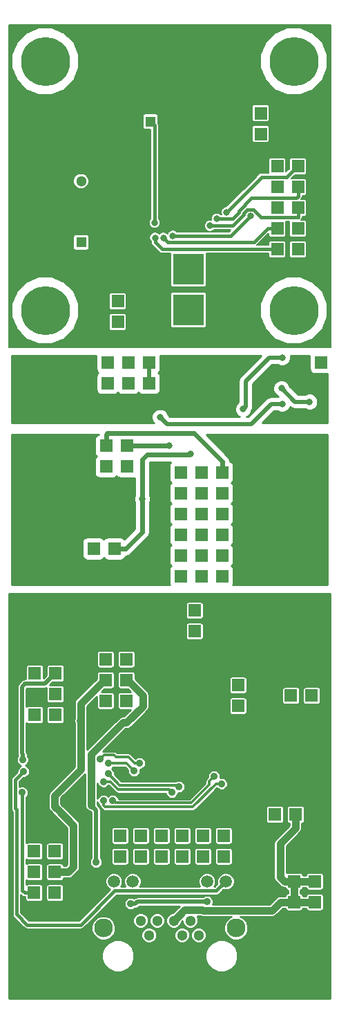
<source format=gbr>
G75*
G71*
%MOMM*%
%OFA0B0*%
%FSLAX53Y53*%
%IPPOS*%
%LPD*%
%ADD10C,0.90000*%
%ADD12C,0.40000*%
%ADD13R,3.81000X3.81000*%
%ADD15C,0.30000*%
%ADD17R,1.30000X1.30000*%
%ADD18C,2.30000*%
%ADD21C,0.20000*%
%ADD22C,1.30000*%
%ADD23C,0.80000*%
%ADD24C,0.25400*%
%ADD25C,0.50000*%
%ADD29C,0.89000*%
%ADD30R,1.52400X1.52400*%
%ADD39C,0.60000*%
%ADD58C,1.50000*%
%ADD62C,6.00000*%
X0000000Y0000000D02*
G01*
D15*
D18*
X0028196Y0009018D03*
X0011936Y0009018D03*
D22*
X0017526Y0008128D03*
X0019556Y0008128D03*
X0021586Y0008128D03*
X0023616Y0008128D03*
X0016506Y0009908D03*
X0018536Y0009908D03*
X0020566Y0009908D03*
X0022596Y0009908D03*
D58*
X0026926Y0014728D03*
X0024636Y0014728D03*
X0015496Y0014728D03*
X0013206Y0014728D03*
D30*
X0035306Y0017272D03*
X0037846Y0017272D03*
X0035306Y0014732D03*
X0037846Y0014732D03*
X0035306Y0012192D03*
X0037846Y0012192D03*
X0035306Y0009652D03*
X0037846Y0009652D03*
X0013970Y0017780D03*
X0013970Y0020320D03*
X0016510Y0017780D03*
X0016510Y0020320D03*
X0019050Y0017780D03*
X0019050Y0020320D03*
X0021590Y0017780D03*
X0021590Y0020320D03*
X0024130Y0017780D03*
X0024130Y0020320D03*
X0026670Y0017780D03*
X0026670Y0020320D03*
X0034925Y0040005D03*
X0037465Y0040005D03*
X0034925Y0037465D03*
X0037465Y0037465D03*
X0034925Y0034925D03*
X0037465Y0034925D03*
X0028448Y0038735D03*
X0028448Y0036195D03*
X0014732Y0036830D03*
X0014732Y0039370D03*
X0014732Y0041910D03*
X0020574Y0045339D03*
X0020574Y0047879D03*
X0023114Y0045339D03*
X0023114Y0047879D03*
X0025654Y0045339D03*
X0025654Y0047879D03*
X0003493Y0037656D03*
X0006033Y0037656D03*
X0005969Y0020955D03*
X0003429Y0020955D03*
X0005969Y0013335D03*
X0003429Y0013335D03*
X0005969Y0015875D03*
X0003429Y0015875D03*
X0005969Y0018415D03*
X0003429Y0018415D03*
X0005969Y0010795D03*
X0003429Y0010795D03*
D62*
X0004826Y0045466D03*
X0035306Y0004826D03*
X0004826Y0004826D03*
X0035306Y0045466D03*
D30*
X0012192Y0036830D03*
X0012192Y0039370D03*
X0012192Y0041910D03*
X0032957Y0022924D03*
X0035497Y0022924D03*
X0006033Y0035116D03*
X0003493Y0035116D03*
X0006045Y0040183D03*
X0003505Y0040183D03*
D29*
X0022860Y0021590D03*
X0022860Y0022479D03*
X0012192Y0021209D03*
X0012446Y0019939D03*
X0016510Y0021781D03*
X0018225Y0021781D03*
X0012446Y0018542D03*
X0024638Y0012256D03*
X0015240Y0012002D03*
X0010419Y0024049D03*
X0011019Y0017079D03*
X0014759Y0034163D03*
X0005959Y0023856D03*
X0009119Y0034371D03*
X0002159Y0028194D03*
X0016383Y0029210D03*
X0011557Y0029718D03*
X0015671Y0028254D03*
X0012521Y0029183D03*
X0021190Y0026289D03*
X0012517Y0027906D03*
X0011938Y0026924D03*
X0020316Y0025621D03*
X0025523Y0027563D03*
X0013068Y0024613D03*
X0026416Y0026670D03*
X0011938Y0024638D03*
X0001971Y0025598D03*
X0002032Y0029616D03*
D10*
X0024065Y0011208D02*
X0024112Y0011160D01*
X0020566Y0009908D02*
X0021866Y0011208D01*
X0021866Y0011208D02*
X0024065Y0011208D01*
X0024112Y0011160D02*
X0032612Y0011160D01*
X0032612Y0011160D02*
X0033644Y0012192D01*
X0033644Y0012192D02*
X0035306Y0012192D01*
X0035306Y0012192D02*
X0037846Y0012192D01*
X0035306Y0012192D02*
X0035306Y0014732D01*
X0035306Y0014732D02*
X0037846Y0014732D01*
X0035497Y0021262D02*
X0035497Y0022924D01*
X0033592Y0019357D02*
X0035497Y0021262D01*
X0033592Y0015240D02*
X0033592Y0019357D01*
X0034100Y0014732D02*
X0033592Y0015240D01*
X0035306Y0014732D02*
X0034100Y0014732D01*
D12*
X0022860Y0022479D02*
X0022870Y0021600D01*
X0022870Y0021600D02*
X0022860Y0021590D01*
D15*
X0012446Y0018542D02*
X0012383Y0021501D01*
X0011892Y0020909D02*
X0012192Y0021209D01*
X0012383Y0021501D02*
X0011892Y0020909D01*
X0018225Y0021781D02*
X0016510Y0021781D01*
D25*
X0024009Y0012256D02*
X0024638Y0012256D01*
X0016123Y0012256D02*
X0024009Y0012256D01*
X0015869Y0012002D02*
X0016123Y0012256D01*
X0015240Y0012002D02*
X0015869Y0012002D01*
D10*
X0014335Y0034163D02*
X0010419Y0030247D01*
X0014759Y0034163D02*
X0014335Y0034163D01*
D25*
X0011019Y0017079D02*
X0011019Y0023449D01*
D10*
X0010419Y0030247D02*
X0010419Y0024473D01*
D25*
X0010719Y0023749D02*
X0010419Y0024049D01*
D10*
X0010419Y0024473D02*
X0010419Y0024049D01*
D25*
X0011019Y0023449D02*
X0010719Y0023749D01*
D10*
X0016764Y0037492D02*
X0016764Y0036168D01*
X0016764Y0036168D02*
X0014759Y0034163D01*
X0014732Y0039370D02*
X0014886Y0039370D01*
X0014886Y0039370D02*
X0016764Y0037492D01*
X0008245Y0021570D02*
X0006259Y0023556D01*
X0008245Y0016489D02*
X0008245Y0021570D01*
X0007631Y0015875D02*
X0008245Y0016489D01*
X0005969Y0015875D02*
X0007631Y0015875D01*
X0006259Y0023556D02*
X0005959Y0023856D01*
X0009144Y0034386D02*
X0009144Y0028418D01*
X0009144Y0028418D02*
X0005959Y0025232D01*
X0005959Y0025232D02*
X0005959Y0023896D01*
D25*
X0009133Y0034386D02*
X0009119Y0034371D01*
X0009144Y0034386D02*
X0009133Y0034386D01*
D10*
X0009144Y0036476D02*
X0009144Y0034386D01*
X0012192Y0039370D02*
X0012038Y0039370D01*
X0012038Y0039370D02*
X0009144Y0036476D01*
D12*
X0001126Y0025781D02*
X0001126Y0023640D01*
X0001126Y0026004D02*
X0001126Y0025781D01*
X0001126Y0025781D02*
X0001126Y0027161D01*
X0001126Y0027161D02*
X0002159Y0028194D01*
X0001271Y0010709D02*
X0001271Y0023495D01*
X0001126Y0023640D02*
X0001271Y0023495D01*
X0009144Y0009398D02*
X0002582Y0009398D01*
X0025776Y0013578D02*
X0013324Y0013578D01*
X0013324Y0013578D02*
X0009144Y0009398D01*
X0026926Y0014728D02*
X0025776Y0013578D01*
X0002582Y0009398D02*
X0001271Y0010709D01*
D15*
X0016383Y0029210D02*
X0015754Y0029210D01*
X0012002Y0030163D02*
X0011557Y0029718D01*
X0015754Y0029210D02*
X0015010Y0029954D01*
X0015010Y0029954D02*
X0013462Y0029954D01*
X0013462Y0029954D02*
X0013253Y0030163D01*
X0013253Y0030163D02*
X0012002Y0030163D01*
X0014478Y0029183D02*
X0012521Y0029183D01*
X0015671Y0028254D02*
X0014742Y0029183D01*
X0014742Y0029183D02*
X0014478Y0029183D01*
X0021190Y0026289D02*
X0020999Y0026480D01*
X0020999Y0026480D02*
X0013944Y0026480D01*
X0013944Y0026480D02*
X0012517Y0027906D01*
X0020316Y0025621D02*
X0019965Y0025972D01*
X0012567Y0026924D02*
X0011938Y0026924D01*
X0019965Y0025972D02*
X0013716Y0025972D01*
X0013716Y0025972D02*
X0012769Y0026918D01*
X0012769Y0026918D02*
X0012573Y0026918D01*
X0012573Y0026918D02*
X0012567Y0026924D01*
X0013068Y0024613D02*
X0013360Y0024321D01*
X0013360Y0024321D02*
X0022697Y0024321D01*
X0022697Y0024321D02*
X0024919Y0026543D01*
X0024919Y0026543D02*
X0024919Y0026960D01*
X0024919Y0026960D02*
X0025523Y0027563D01*
X0026416Y0026670D02*
X0025754Y0026670D01*
X0025754Y0026670D02*
X0022901Y0023818D01*
X0022901Y0023818D02*
X0012129Y0023818D01*
X0012129Y0023818D02*
X0011938Y0024009D01*
X0011938Y0024009D02*
X0011938Y0024638D01*
D12*
X0001971Y0025174D02*
X0001971Y0025598D01*
X0001971Y0013631D02*
X0001971Y0025174D01*
X0002267Y0013335D02*
X0001971Y0013631D01*
X0003429Y0013335D02*
X0002267Y0013335D01*
D25*
X0006045Y0040183D02*
X0005994Y0040183D01*
X0001930Y0038518D02*
X0001930Y0030347D01*
X0005994Y0040183D02*
X0004724Y0038913D01*
X0004724Y0038913D02*
X0002325Y0038913D01*
X0002325Y0038913D02*
X0001930Y0038518D01*
X0001930Y0030347D02*
X0002032Y0030246D01*
X0002032Y0030246D02*
X0002032Y0029616D01*
D24*
G36*
X0039755Y0000377D02*
X0000377Y0000377D01*
X0000377Y0005196D01*
X0011739Y0005196D01*
X0012039Y0004470D01*
X0012595Y0003913D01*
X0013321Y0003611D01*
X0014108Y0003611D01*
X0014834Y0003911D01*
X0015391Y0004467D01*
X0015693Y0005193D01*
X0015693Y0005196D01*
X0024439Y0005196D01*
X0024739Y0004470D01*
X0025295Y0003913D01*
X0026021Y0003611D01*
X0026808Y0003611D01*
X0027534Y0003911D01*
X0028091Y0004467D01*
X0028393Y0005193D01*
X0028393Y0005980D01*
X0028093Y0006706D01*
X0027537Y0007263D01*
X0026811Y0007565D01*
X0026024Y0007565D01*
X0025298Y0007265D01*
X0024741Y0006709D01*
X0024439Y0005983D01*
X0024439Y0005196D01*
X0015693Y0005196D01*
X0015693Y0005980D01*
X0015393Y0006706D01*
X0014837Y0007263D01*
X0014111Y0007565D01*
X0013324Y0007565D01*
X0012598Y0007265D01*
X0012041Y0006709D01*
X0011739Y0005983D01*
X0011739Y0005196D01*
X0000377Y0005196D01*
X0000377Y0008725D01*
X0010459Y0008725D01*
X0010683Y0008182D01*
X0011098Y0007767D01*
X0011641Y0007541D01*
X0012229Y0007541D01*
X0012772Y0007765D01*
X0012941Y0007935D01*
X0016549Y0007935D01*
X0016697Y0007575D01*
X0016972Y0007300D01*
X0017331Y0007151D01*
X0017719Y0007151D01*
X0018079Y0007299D01*
X0018354Y0007574D01*
X0018503Y0007933D01*
X0018503Y0007935D01*
X0020609Y0007935D01*
X0020757Y0007575D01*
X0021032Y0007300D01*
X0021391Y0007151D01*
X0021779Y0007151D01*
X0022139Y0007299D01*
X0022414Y0007574D01*
X0022563Y0007933D01*
X0022563Y0007935D01*
X0022639Y0007935D01*
X0022787Y0007575D01*
X0023062Y0007300D01*
X0023421Y0007151D01*
X0023809Y0007151D01*
X0024169Y0007299D01*
X0024444Y0007574D01*
X0024593Y0007933D01*
X0024593Y0008321D01*
X0024445Y0008681D01*
X0024170Y0008956D01*
X0023811Y0009105D01*
X0023423Y0009105D01*
X0023063Y0008957D01*
X0022788Y0008682D01*
X0022639Y0008323D01*
X0022639Y0007935D01*
X0022563Y0007935D01*
X0022563Y0008321D01*
X0022415Y0008681D01*
X0022140Y0008956D01*
X0021781Y0009105D01*
X0021393Y0009105D01*
X0021033Y0008957D01*
X0020758Y0008682D01*
X0020609Y0008323D01*
X0020609Y0007935D01*
X0018503Y0007935D01*
X0018503Y0008321D01*
X0018355Y0008681D01*
X0018080Y0008956D01*
X0017721Y0009105D01*
X0017333Y0009105D01*
X0016973Y0008957D01*
X0016698Y0008682D01*
X0016549Y0008323D01*
X0016549Y0007935D01*
X0012941Y0007935D01*
X0013187Y0008180D01*
X0013413Y0008723D01*
X0013413Y0009311D01*
X0013246Y0009715D01*
X0015529Y0009715D01*
X0015677Y0009355D01*
X0015952Y0009080D01*
X0016311Y0008931D01*
X0016699Y0008931D01*
X0017059Y0009079D01*
X0017334Y0009354D01*
X0017483Y0009713D01*
X0017483Y0009715D01*
X0017559Y0009715D01*
X0017707Y0009355D01*
X0017982Y0009080D01*
X0018341Y0008931D01*
X0018729Y0008931D01*
X0019089Y0009079D01*
X0019364Y0009354D01*
X0019513Y0009713D01*
X0019513Y0010101D01*
X0019365Y0010461D01*
X0019090Y0010736D01*
X0018731Y0010885D01*
X0018343Y0010885D01*
X0017983Y0010737D01*
X0017708Y0010462D01*
X0017559Y0010103D01*
X0017559Y0009715D01*
X0017483Y0009715D01*
X0017483Y0010101D01*
X0017335Y0010461D01*
X0017060Y0010736D01*
X0016701Y0010885D01*
X0016313Y0010885D01*
X0015953Y0010737D01*
X0015678Y0010462D01*
X0015529Y0010103D01*
X0015529Y0009715D01*
X0013246Y0009715D01*
X0013189Y0009854D01*
X0012774Y0010269D01*
X0012231Y0010495D01*
X0011643Y0010495D01*
X0011100Y0010271D01*
X0010685Y0009856D01*
X0010459Y0009313D01*
X0010459Y0008725D01*
X0000377Y0008725D01*
X0000377Y0027161D01*
X0000599Y0027161D01*
X0000599Y0023640D01*
X0000639Y0023438D01*
X0000744Y0023281D01*
X0000744Y0010709D01*
X0000784Y0010507D01*
X0000898Y0010336D01*
X0002209Y0009025D01*
X0002324Y0008949D01*
X0002380Y0008911D01*
X0002582Y0008871D01*
X0009144Y0008871D01*
X0009346Y0008911D01*
X0009517Y0009025D01*
X0012340Y0011849D01*
X0014468Y0011849D01*
X0014585Y0011565D01*
X0014802Y0011347D01*
X0015086Y0011230D01*
X0015393Y0011229D01*
X0015677Y0011347D01*
X0015755Y0011425D01*
X0015869Y0011425D01*
X0015869Y0011424D01*
X0016090Y0011468D01*
X0016277Y0011593D01*
X0016362Y0011679D01*
X0021238Y0011679D01*
X0020444Y0010885D01*
X0020373Y0010885D01*
X0020013Y0010737D01*
X0019738Y0010462D01*
X0019589Y0010103D01*
X0019589Y0009715D01*
X0019737Y0009355D01*
X0020012Y0009080D01*
X0020371Y0008931D01*
X0020759Y0008931D01*
X0021119Y0009079D01*
X0021394Y0009354D01*
X0021543Y0009713D01*
X0021543Y0009786D01*
X0021619Y0009862D01*
X0021619Y0009715D01*
X0021767Y0009355D01*
X0022042Y0009080D01*
X0022401Y0008931D01*
X0022789Y0008931D01*
X0023149Y0009079D01*
X0023424Y0009354D01*
X0023573Y0009713D01*
X0023573Y0010101D01*
X0023437Y0010431D01*
X0023874Y0010431D01*
X0024112Y0010383D01*
X0027633Y0010383D01*
X0027360Y0010271D01*
X0026945Y0009856D01*
X0026719Y0009313D01*
X0026719Y0008725D01*
X0026943Y0008182D01*
X0027358Y0007767D01*
X0027901Y0007541D01*
X0028489Y0007541D01*
X0029032Y0007765D01*
X0029447Y0008180D01*
X0029673Y0008723D01*
X0029673Y0009311D01*
X0029449Y0009854D01*
X0029034Y0010269D01*
X0028759Y0010383D01*
X0032612Y0010383D01*
X0032910Y0010443D01*
X0033162Y0010611D01*
X0033966Y0011415D01*
X0034213Y0011415D01*
X0034233Y0011309D01*
X0034305Y0011198D01*
X0034414Y0011123D01*
X0034544Y0011097D01*
X0036068Y0011097D01*
X0036189Y0011119D01*
X0036300Y0011191D01*
X0036375Y0011300D01*
X0036398Y0011415D01*
X0036753Y0011415D01*
X0036773Y0011309D01*
X0036845Y0011198D01*
X0036954Y0011123D01*
X0037084Y0011097D01*
X0038608Y0011097D01*
X0038729Y0011119D01*
X0038840Y0011191D01*
X0038915Y0011300D01*
X0038941Y0011430D01*
X0038941Y0012954D01*
X0038919Y0013075D01*
X0038847Y0013186D01*
X0038738Y0013261D01*
X0038608Y0013287D01*
X0037084Y0013287D01*
X0036963Y0013265D01*
X0036852Y0013193D01*
X0036777Y0013084D01*
X0036754Y0012969D01*
X0036399Y0012969D01*
X0036379Y0013075D01*
X0036307Y0013186D01*
X0036198Y0013261D01*
X0036083Y0013284D01*
X0036083Y0013639D01*
X0036189Y0013659D01*
X0036300Y0013731D01*
X0036375Y0013840D01*
X0036398Y0013955D01*
X0036753Y0013955D01*
X0036773Y0013849D01*
X0036845Y0013738D01*
X0036954Y0013663D01*
X0037084Y0013637D01*
X0038608Y0013637D01*
X0038729Y0013659D01*
X0038840Y0013731D01*
X0038915Y0013840D01*
X0038941Y0013970D01*
X0038941Y0015494D01*
X0038919Y0015615D01*
X0038847Y0015726D01*
X0038738Y0015801D01*
X0038608Y0015827D01*
X0037084Y0015827D01*
X0036963Y0015805D01*
X0036852Y0015733D01*
X0036777Y0015624D01*
X0036754Y0015509D01*
X0036399Y0015509D01*
X0036379Y0015615D01*
X0036307Y0015726D01*
X0036198Y0015801D01*
X0036068Y0015827D01*
X0034544Y0015827D01*
X0034423Y0015805D01*
X0034369Y0015770D01*
X0034369Y0019035D01*
X0036046Y0020712D01*
X0036214Y0020964D01*
X0036274Y0021262D01*
X0036274Y0021831D01*
X0036380Y0021851D01*
X0036491Y0021923D01*
X0036566Y0022032D01*
X0036592Y0022162D01*
X0036592Y0023686D01*
X0036569Y0023807D01*
X0036497Y0023918D01*
X0036388Y0023993D01*
X0036259Y0024019D01*
X0034735Y0024019D01*
X0034613Y0023996D01*
X0034502Y0023924D01*
X0034427Y0023815D01*
X0034401Y0023686D01*
X0034401Y0022162D01*
X0034424Y0022040D01*
X0034496Y0021929D01*
X0034605Y0021854D01*
X0034720Y0021831D01*
X0034720Y0021583D01*
X0033042Y0019906D01*
X0032874Y0019654D01*
X0032815Y0019357D01*
X0032815Y0015240D01*
X0032874Y0014943D01*
X0033042Y0014691D01*
X0033550Y0014183D01*
X0033802Y0014014D01*
X0034100Y0013955D01*
X0034213Y0013955D01*
X0034233Y0013849D01*
X0034305Y0013738D01*
X0034414Y0013663D01*
X0034529Y0013640D01*
X0034529Y0013285D01*
X0034423Y0013265D01*
X0034312Y0013193D01*
X0034237Y0013084D01*
X0034214Y0012969D01*
X0033644Y0012969D01*
X0033347Y0012910D01*
X0033095Y0012741D01*
X0032291Y0011937D01*
X0025342Y0011937D01*
X0025410Y0012101D01*
X0025410Y0012408D01*
X0025293Y0012692D01*
X0025076Y0012910D01*
X0024792Y0013027D01*
X0024485Y0013028D01*
X0024201Y0012910D01*
X0024123Y0012833D01*
X0016123Y0012833D01*
X0015903Y0012789D01*
X0015715Y0012664D01*
X0015715Y0012663D01*
X0015693Y0012641D01*
X0015678Y0012656D01*
X0015394Y0012773D01*
X0015087Y0012774D01*
X0014803Y0012656D01*
X0014586Y0012439D01*
X0014468Y0012156D01*
X0014468Y0011849D01*
X0012340Y0011849D01*
X0013542Y0013051D01*
X0025776Y0013051D01*
X0025978Y0013091D01*
X0026149Y0013205D01*
X0026629Y0013685D01*
X0026711Y0013651D01*
X0027139Y0013651D01*
X0027535Y0013814D01*
X0027839Y0014117D01*
X0028003Y0014513D01*
X0028003Y0014941D01*
X0027840Y0015337D01*
X0027537Y0015641D01*
X0027141Y0015805D01*
X0026713Y0015805D01*
X0026317Y0015642D01*
X0026013Y0015339D01*
X0025849Y0014943D01*
X0025849Y0014515D01*
X0025883Y0014431D01*
X0025558Y0014105D01*
X0025536Y0014105D01*
X0025549Y0014117D01*
X0025713Y0014513D01*
X0025713Y0014941D01*
X0025550Y0015337D01*
X0025247Y0015641D01*
X0024851Y0015805D01*
X0024423Y0015805D01*
X0024027Y0015642D01*
X0023723Y0015339D01*
X0023559Y0014943D01*
X0023559Y0014515D01*
X0023722Y0014119D01*
X0023736Y0014105D01*
X0016396Y0014105D01*
X0016409Y0014117D01*
X0016573Y0014513D01*
X0016573Y0014941D01*
X0016410Y0015337D01*
X0016107Y0015641D01*
X0015711Y0015805D01*
X0015283Y0015805D01*
X0014887Y0015642D01*
X0014583Y0015339D01*
X0014419Y0014943D01*
X0014419Y0014515D01*
X0014582Y0014119D01*
X0014596Y0014105D01*
X0014106Y0014105D01*
X0014119Y0014117D01*
X0014283Y0014513D01*
X0014283Y0014941D01*
X0014120Y0015337D01*
X0013817Y0015641D01*
X0013421Y0015805D01*
X0012993Y0015805D01*
X0012597Y0015642D01*
X0012293Y0015339D01*
X0012129Y0014943D01*
X0012129Y0014515D01*
X0012292Y0014119D01*
X0012595Y0013815D01*
X0012751Y0013751D01*
X0008926Y0009925D01*
X0002800Y0009925D01*
X0001798Y0010927D01*
X0001798Y0013059D01*
X0001894Y0012962D01*
X0002065Y0012848D01*
X0002267Y0012808D01*
X0002334Y0012808D01*
X0002334Y0012573D01*
X0002356Y0012452D01*
X0002428Y0012341D01*
X0002537Y0012266D01*
X0002667Y0012240D01*
X0004191Y0012240D01*
X0004312Y0012262D01*
X0004423Y0012334D01*
X0004498Y0012443D01*
X0004524Y0012573D01*
X0004524Y0014097D01*
X0004874Y0014097D01*
X0004874Y0012573D01*
X0004896Y0012452D01*
X0004968Y0012341D01*
X0005077Y0012266D01*
X0005207Y0012240D01*
X0006731Y0012240D01*
X0006852Y0012262D01*
X0006963Y0012334D01*
X0007038Y0012443D01*
X0007064Y0012573D01*
X0007064Y0014097D01*
X0007042Y0014218D01*
X0006970Y0014329D01*
X0006861Y0014404D01*
X0006731Y0014430D01*
X0005207Y0014430D01*
X0005086Y0014408D01*
X0004975Y0014336D01*
X0004900Y0014227D01*
X0004874Y0014097D01*
X0004524Y0014097D01*
X0004502Y0014218D01*
X0004430Y0014329D01*
X0004321Y0014404D01*
X0004191Y0014430D01*
X0002667Y0014430D01*
X0002546Y0014408D01*
X0002498Y0014377D01*
X0002498Y0014833D01*
X0002537Y0014806D01*
X0002667Y0014780D01*
X0004191Y0014780D01*
X0004312Y0014802D01*
X0004423Y0014874D01*
X0004498Y0014983D01*
X0004524Y0015113D01*
X0004524Y0016637D01*
X0004874Y0016637D01*
X0004874Y0015113D01*
X0004896Y0014992D01*
X0004968Y0014881D01*
X0005077Y0014806D01*
X0005207Y0014780D01*
X0006731Y0014780D01*
X0006852Y0014802D01*
X0006963Y0014874D01*
X0007038Y0014983D01*
X0007061Y0015098D01*
X0007631Y0015098D01*
X0007928Y0015157D01*
X0008180Y0015326D01*
X0008794Y0015940D01*
X0008963Y0016192D01*
X0009022Y0016489D01*
X0009022Y0021570D01*
X0008963Y0021867D01*
X0008794Y0022119D01*
X0006736Y0024178D01*
X0006736Y0024911D01*
X0009642Y0027817D01*
X0009642Y0024049D01*
X0009647Y0024024D01*
X0009647Y0023896D01*
X0009696Y0023777D01*
X0009701Y0023751D01*
X0009715Y0023730D01*
X0009764Y0023612D01*
X0009855Y0023521D01*
X0009870Y0023499D01*
X0009891Y0023485D01*
X0009981Y0023395D01*
X0010100Y0023345D01*
X0010122Y0023331D01*
X0010147Y0023326D01*
X0010265Y0023277D01*
X0010375Y0023277D01*
X0010442Y0023210D01*
X0010442Y0017594D01*
X0010364Y0017517D01*
X0010247Y0017233D01*
X0010246Y0016926D01*
X0010364Y0016642D01*
X0010581Y0016425D01*
X0010864Y0016307D01*
X0011171Y0016307D01*
X0011455Y0016424D01*
X0011673Y0016641D01*
X0011790Y0016925D01*
X0011791Y0017232D01*
X0011673Y0017516D01*
X0011596Y0017594D01*
X0011596Y0018542D01*
X0012875Y0018542D01*
X0012875Y0017018D01*
X0012897Y0016897D01*
X0012969Y0016786D01*
X0013078Y0016711D01*
X0013208Y0016685D01*
X0014732Y0016685D01*
X0014853Y0016707D01*
X0014964Y0016779D01*
X0015039Y0016888D01*
X0015065Y0017018D01*
X0015065Y0018542D01*
X0015415Y0018542D01*
X0015415Y0017018D01*
X0015437Y0016897D01*
X0015509Y0016786D01*
X0015618Y0016711D01*
X0015748Y0016685D01*
X0017272Y0016685D01*
X0017393Y0016707D01*
X0017504Y0016779D01*
X0017579Y0016888D01*
X0017605Y0017018D01*
X0017605Y0018542D01*
X0017955Y0018542D01*
X0017955Y0017018D01*
X0017977Y0016897D01*
X0018049Y0016786D01*
X0018158Y0016711D01*
X0018288Y0016685D01*
X0019812Y0016685D01*
X0019933Y0016707D01*
X0020044Y0016779D01*
X0020119Y0016888D01*
X0020145Y0017018D01*
X0020145Y0018542D01*
X0020495Y0018542D01*
X0020495Y0017018D01*
X0020517Y0016897D01*
X0020589Y0016786D01*
X0020698Y0016711D01*
X0020828Y0016685D01*
X0022352Y0016685D01*
X0022473Y0016707D01*
X0022584Y0016779D01*
X0022659Y0016888D01*
X0022685Y0017018D01*
X0022685Y0018542D01*
X0023035Y0018542D01*
X0023035Y0017018D01*
X0023057Y0016897D01*
X0023129Y0016786D01*
X0023238Y0016711D01*
X0023368Y0016685D01*
X0024892Y0016685D01*
X0025013Y0016707D01*
X0025124Y0016779D01*
X0025199Y0016888D01*
X0025225Y0017018D01*
X0025225Y0018542D01*
X0025575Y0018542D01*
X0025575Y0017018D01*
X0025597Y0016897D01*
X0025669Y0016786D01*
X0025778Y0016711D01*
X0025908Y0016685D01*
X0027432Y0016685D01*
X0027553Y0016707D01*
X0027664Y0016779D01*
X0027739Y0016888D01*
X0027765Y0017018D01*
X0027765Y0018542D01*
X0027743Y0018663D01*
X0027671Y0018774D01*
X0027562Y0018849D01*
X0027432Y0018875D01*
X0025908Y0018875D01*
X0025787Y0018853D01*
X0025676Y0018781D01*
X0025601Y0018672D01*
X0025575Y0018542D01*
X0025225Y0018542D01*
X0025203Y0018663D01*
X0025131Y0018774D01*
X0025022Y0018849D01*
X0024892Y0018875D01*
X0023368Y0018875D01*
X0023247Y0018853D01*
X0023136Y0018781D01*
X0023061Y0018672D01*
X0023035Y0018542D01*
X0022685Y0018542D01*
X0022663Y0018663D01*
X0022591Y0018774D01*
X0022482Y0018849D01*
X0022352Y0018875D01*
X0020828Y0018875D01*
X0020707Y0018853D01*
X0020596Y0018781D01*
X0020521Y0018672D01*
X0020495Y0018542D01*
X0020145Y0018542D01*
X0020123Y0018663D01*
X0020051Y0018774D01*
X0019942Y0018849D01*
X0019812Y0018875D01*
X0018288Y0018875D01*
X0018167Y0018853D01*
X0018056Y0018781D01*
X0017981Y0018672D01*
X0017955Y0018542D01*
X0017605Y0018542D01*
X0017583Y0018663D01*
X0017511Y0018774D01*
X0017402Y0018849D01*
X0017272Y0018875D01*
X0015748Y0018875D01*
X0015627Y0018853D01*
X0015516Y0018781D01*
X0015441Y0018672D01*
X0015415Y0018542D01*
X0015065Y0018542D01*
X0015043Y0018663D01*
X0014971Y0018774D01*
X0014862Y0018849D01*
X0014732Y0018875D01*
X0013208Y0018875D01*
X0013087Y0018853D01*
X0012976Y0018781D01*
X0012901Y0018672D01*
X0012875Y0018542D01*
X0011596Y0018542D01*
X0011596Y0021082D01*
X0012875Y0021082D01*
X0012875Y0019558D01*
X0012897Y0019437D01*
X0012969Y0019326D01*
X0013078Y0019251D01*
X0013208Y0019225D01*
X0014732Y0019225D01*
X0014853Y0019247D01*
X0014964Y0019319D01*
X0015039Y0019428D01*
X0015065Y0019558D01*
X0015065Y0021082D01*
X0015415Y0021082D01*
X0015415Y0019558D01*
X0015437Y0019437D01*
X0015509Y0019326D01*
X0015618Y0019251D01*
X0015748Y0019225D01*
X0017272Y0019225D01*
X0017393Y0019247D01*
X0017504Y0019319D01*
X0017579Y0019428D01*
X0017605Y0019558D01*
X0017605Y0021082D01*
X0017955Y0021082D01*
X0017955Y0019558D01*
X0017977Y0019437D01*
X0018049Y0019326D01*
X0018158Y0019251D01*
X0018288Y0019225D01*
X0019812Y0019225D01*
X0019933Y0019247D01*
X0020044Y0019319D01*
X0020119Y0019428D01*
X0020145Y0019558D01*
X0020145Y0021082D01*
X0020495Y0021082D01*
X0020495Y0019558D01*
X0020517Y0019437D01*
X0020589Y0019326D01*
X0020698Y0019251D01*
X0020828Y0019225D01*
X0022352Y0019225D01*
X0022473Y0019247D01*
X0022584Y0019319D01*
X0022659Y0019428D01*
X0022685Y0019558D01*
X0022685Y0021082D01*
X0023035Y0021082D01*
X0023035Y0019558D01*
X0023057Y0019437D01*
X0023129Y0019326D01*
X0023238Y0019251D01*
X0023368Y0019225D01*
X0024892Y0019225D01*
X0025013Y0019247D01*
X0025124Y0019319D01*
X0025199Y0019428D01*
X0025225Y0019558D01*
X0025225Y0021082D01*
X0025575Y0021082D01*
X0025575Y0019558D01*
X0025597Y0019437D01*
X0025669Y0019326D01*
X0025778Y0019251D01*
X0025908Y0019225D01*
X0027432Y0019225D01*
X0027553Y0019247D01*
X0027664Y0019319D01*
X0027739Y0019428D01*
X0027765Y0019558D01*
X0027765Y0021082D01*
X0027743Y0021203D01*
X0027671Y0021314D01*
X0027562Y0021389D01*
X0027432Y0021415D01*
X0025908Y0021415D01*
X0025787Y0021393D01*
X0025676Y0021321D01*
X0025601Y0021212D01*
X0025575Y0021082D01*
X0025225Y0021082D01*
X0025203Y0021203D01*
X0025131Y0021314D01*
X0025022Y0021389D01*
X0024892Y0021415D01*
X0023368Y0021415D01*
X0023247Y0021393D01*
X0023136Y0021321D01*
X0023061Y0021212D01*
X0023035Y0021082D01*
X0022685Y0021082D01*
X0022663Y0021203D01*
X0022591Y0021314D01*
X0022482Y0021389D01*
X0022352Y0021415D01*
X0020828Y0021415D01*
X0020707Y0021393D01*
X0020596Y0021321D01*
X0020521Y0021212D01*
X0020495Y0021082D01*
X0020145Y0021082D01*
X0020123Y0021203D01*
X0020051Y0021314D01*
X0019942Y0021389D01*
X0019812Y0021415D01*
X0018288Y0021415D01*
X0018167Y0021393D01*
X0018056Y0021321D01*
X0017981Y0021212D01*
X0017955Y0021082D01*
X0017605Y0021082D01*
X0017583Y0021203D01*
X0017511Y0021314D01*
X0017402Y0021389D01*
X0017272Y0021415D01*
X0015748Y0021415D01*
X0015627Y0021393D01*
X0015516Y0021321D01*
X0015441Y0021212D01*
X0015415Y0021082D01*
X0015065Y0021082D01*
X0015043Y0021203D01*
X0014971Y0021314D01*
X0014862Y0021389D01*
X0014732Y0021415D01*
X0013208Y0021415D01*
X0013087Y0021393D01*
X0012976Y0021321D01*
X0012901Y0021212D01*
X0012875Y0021082D01*
X0011596Y0021082D01*
X0011596Y0023449D01*
X0011552Y0023670D01*
X0011427Y0023857D01*
X0011427Y0023857D01*
X0011196Y0024088D01*
X0011196Y0024412D01*
X0011283Y0024201D01*
X0011461Y0024023D01*
X0011461Y0024009D01*
X0011497Y0023826D01*
X0011601Y0023671D01*
X0011792Y0023480D01*
X0011947Y0023377D01*
X0012129Y0023341D01*
X0022901Y0023341D01*
X0023084Y0023377D01*
X0023238Y0023480D01*
X0023444Y0023686D01*
X0031861Y0023686D01*
X0031861Y0022162D01*
X0031884Y0022040D01*
X0031956Y0021929D01*
X0032065Y0021854D01*
X0032195Y0021828D01*
X0033719Y0021828D01*
X0033840Y0021851D01*
X0033951Y0021923D01*
X0034026Y0022032D01*
X0034052Y0022162D01*
X0034052Y0023686D01*
X0034029Y0023807D01*
X0033957Y0023918D01*
X0033848Y0023993D01*
X0033719Y0024019D01*
X0032195Y0024019D01*
X0032073Y0023996D01*
X0031962Y0023924D01*
X0031887Y0023815D01*
X0031861Y0023686D01*
X0023444Y0023686D01*
X0025876Y0026118D01*
X0025978Y0026016D01*
X0026262Y0025898D01*
X0026569Y0025898D01*
X0026853Y0026015D01*
X0027070Y0026232D01*
X0027188Y0026516D01*
X0027188Y0026823D01*
X0027071Y0027107D01*
X0026854Y0027324D01*
X0026570Y0027442D01*
X0026295Y0027442D01*
X0026295Y0027716D01*
X0026177Y0028000D01*
X0025961Y0028217D01*
X0025677Y0028335D01*
X0025370Y0028336D01*
X0025086Y0028218D01*
X0024869Y0028001D01*
X0024751Y0027718D01*
X0024751Y0027466D01*
X0024582Y0027297D01*
X0024479Y0027143D01*
X0024442Y0026960D01*
X0024442Y0026741D01*
X0022499Y0024798D01*
X0013827Y0024798D01*
X0013723Y0025049D01*
X0013506Y0025267D01*
X0013223Y0025384D01*
X0012915Y0025385D01*
X0012632Y0025267D01*
X0012516Y0025152D01*
X0012376Y0025292D01*
X0012092Y0025410D01*
X0011785Y0025410D01*
X0011501Y0025293D01*
X0011284Y0025076D01*
X0011196Y0024864D01*
X0011196Y0026698D01*
X0011283Y0026487D01*
X0011500Y0026270D01*
X0011784Y0026152D01*
X0012091Y0026152D01*
X0012375Y0026269D01*
X0012551Y0026446D01*
X0012571Y0026442D01*
X0013379Y0025634D01*
X0013533Y0025531D01*
X0013716Y0025495D01*
X0019544Y0025495D01*
X0019543Y0025468D01*
X0019661Y0025185D01*
X0019878Y0024967D01*
X0020161Y0024849D01*
X0020469Y0024849D01*
X0020752Y0024966D01*
X0020970Y0025183D01*
X0021087Y0025467D01*
X0021088Y0025517D01*
X0021343Y0025516D01*
X0021627Y0025634D01*
X0021844Y0025851D01*
X0021962Y0026134D01*
X0021962Y0026441D01*
X0021845Y0026725D01*
X0021628Y0026943D01*
X0021344Y0027060D01*
X0021037Y0027061D01*
X0020785Y0026957D01*
X0014141Y0026957D01*
X0013289Y0027809D01*
X0013289Y0028059D01*
X0013172Y0028343D01*
X0012972Y0028543D01*
X0013136Y0028706D01*
X0014544Y0028706D01*
X0014899Y0028351D01*
X0014899Y0028101D01*
X0015016Y0027817D01*
X0015233Y0027600D01*
X0015517Y0027482D01*
X0015824Y0027482D01*
X0016107Y0027599D01*
X0016325Y0027816D01*
X0016443Y0028100D01*
X0016443Y0028407D01*
X0016430Y0028438D01*
X0016536Y0028438D01*
X0016820Y0028555D01*
X0017037Y0028772D01*
X0017155Y0029056D01*
X0017155Y0029363D01*
X0017038Y0029647D01*
X0016821Y0029864D01*
X0016537Y0029982D01*
X0016230Y0029982D01*
X0015946Y0029865D01*
X0015860Y0029778D01*
X0015347Y0030291D01*
X0015193Y0030394D01*
X0015010Y0030431D01*
X0013660Y0030431D01*
X0013590Y0030500D01*
X0013435Y0030604D01*
X0013253Y0030640D01*
X0012002Y0030640D01*
X0011888Y0030617D01*
X0014657Y0033386D01*
X0014759Y0033386D01*
X0014784Y0033391D01*
X0014912Y0033391D01*
X0015031Y0033440D01*
X0015056Y0033445D01*
X0015078Y0033459D01*
X0015196Y0033508D01*
X0015287Y0033599D01*
X0015308Y0033614D01*
X0017313Y0035619D01*
X0017482Y0035871D01*
X0017541Y0036168D01*
X0017541Y0036957D01*
X0027353Y0036957D01*
X0027353Y0035433D01*
X0027375Y0035312D01*
X0027447Y0035201D01*
X0027556Y0035126D01*
X0027686Y0035100D01*
X0029210Y0035100D01*
X0029331Y0035122D01*
X0029442Y0035194D01*
X0029517Y0035303D01*
X0029543Y0035433D01*
X0029543Y0036957D01*
X0029521Y0037078D01*
X0029449Y0037189D01*
X0029340Y0037264D01*
X0029210Y0037290D01*
X0027686Y0037290D01*
X0027565Y0037268D01*
X0027454Y0037196D01*
X0027379Y0037087D01*
X0027353Y0036957D01*
X0017541Y0036957D01*
X0017541Y0037492D01*
X0017482Y0037789D01*
X0017313Y0038041D01*
X0015858Y0039497D01*
X0027353Y0039497D01*
X0027353Y0037973D01*
X0027375Y0037852D01*
X0027447Y0037741D01*
X0027556Y0037666D01*
X0027686Y0037640D01*
X0029210Y0037640D01*
X0029331Y0037662D01*
X0029442Y0037734D01*
X0029517Y0037843D01*
X0029543Y0037973D01*
X0029543Y0038227D01*
X0033830Y0038227D01*
X0033830Y0036703D01*
X0033852Y0036582D01*
X0033924Y0036471D01*
X0034033Y0036396D01*
X0034163Y0036370D01*
X0035687Y0036370D01*
X0035808Y0036392D01*
X0035919Y0036464D01*
X0035994Y0036573D01*
X0036020Y0036703D01*
X0036020Y0038227D01*
X0036370Y0038227D01*
X0036370Y0036703D01*
X0036392Y0036582D01*
X0036464Y0036471D01*
X0036573Y0036396D01*
X0036703Y0036370D01*
X0038227Y0036370D01*
X0038348Y0036392D01*
X0038459Y0036464D01*
X0038534Y0036573D01*
X0038560Y0036703D01*
X0038560Y0038227D01*
X0038538Y0038348D01*
X0038466Y0038459D01*
X0038357Y0038534D01*
X0038227Y0038560D01*
X0036703Y0038560D01*
X0036582Y0038538D01*
X0036471Y0038466D01*
X0036396Y0038357D01*
X0036370Y0038227D01*
X0036020Y0038227D01*
X0035998Y0038348D01*
X0035926Y0038459D01*
X0035817Y0038534D01*
X0035687Y0038560D01*
X0034163Y0038560D01*
X0034042Y0038538D01*
X0033931Y0038466D01*
X0033856Y0038357D01*
X0033830Y0038227D01*
X0029543Y0038227D01*
X0029543Y0039497D01*
X0029521Y0039618D01*
X0029449Y0039729D01*
X0029340Y0039804D01*
X0029210Y0039830D01*
X0027686Y0039830D01*
X0027565Y0039808D01*
X0027454Y0039736D01*
X0027379Y0039627D01*
X0027353Y0039497D01*
X0015858Y0039497D01*
X0015827Y0039527D01*
X0015827Y0040132D01*
X0015805Y0040253D01*
X0015733Y0040364D01*
X0015624Y0040439D01*
X0015494Y0040465D01*
X0013970Y0040465D01*
X0013849Y0040443D01*
X0013738Y0040371D01*
X0013663Y0040262D01*
X0013637Y0040132D01*
X0013637Y0038608D01*
X0013659Y0038487D01*
X0013731Y0038376D01*
X0013840Y0038301D01*
X0013970Y0038275D01*
X0014883Y0038275D01*
X0015232Y0037925D01*
X0013970Y0037925D01*
X0013849Y0037903D01*
X0013738Y0037831D01*
X0013663Y0037722D01*
X0013637Y0037592D01*
X0013637Y0036068D01*
X0013659Y0035947D01*
X0013731Y0035836D01*
X0013840Y0035761D01*
X0013970Y0035735D01*
X0015232Y0035735D01*
X0014437Y0034940D01*
X0014335Y0034940D01*
X0014037Y0034881D01*
X0013785Y0034712D01*
X0009921Y0030848D01*
X0009921Y0036154D01*
X0011097Y0037330D01*
X0011097Y0036068D01*
X0011119Y0035947D01*
X0011191Y0035836D01*
X0011300Y0035761D01*
X0011430Y0035735D01*
X0012954Y0035735D01*
X0013075Y0035757D01*
X0013186Y0035829D01*
X0013261Y0035938D01*
X0013287Y0036068D01*
X0013287Y0037592D01*
X0013265Y0037713D01*
X0013193Y0037824D01*
X0013084Y0037899D01*
X0012954Y0037925D01*
X0011692Y0037925D01*
X0012041Y0038275D01*
X0012954Y0038275D01*
X0013075Y0038297D01*
X0013186Y0038369D01*
X0013261Y0038478D01*
X0013287Y0038608D01*
X0013287Y0040132D01*
X0013265Y0040253D01*
X0013193Y0040364D01*
X0013084Y0040439D01*
X0012954Y0040465D01*
X0011430Y0040465D01*
X0011309Y0040443D01*
X0011198Y0040371D01*
X0011123Y0040262D01*
X0011097Y0040132D01*
X0011097Y0039527D01*
X0008595Y0037025D01*
X0008426Y0036773D01*
X0008367Y0036476D01*
X0008367Y0034574D01*
X0008347Y0034526D01*
X0008346Y0034218D01*
X0008367Y0034169D01*
X0008367Y0028739D01*
X0005409Y0025782D01*
X0005241Y0025530D01*
X0005182Y0025232D01*
X0005182Y0023896D01*
X0005186Y0023876D01*
X0005182Y0023856D01*
X0005187Y0023831D01*
X0005187Y0023703D01*
X0005236Y0023584D01*
X0005241Y0023558D01*
X0005255Y0023537D01*
X0005304Y0023419D01*
X0005395Y0023328D01*
X0005409Y0023306D01*
X0007468Y0021248D01*
X0007468Y0016811D01*
X0007309Y0016652D01*
X0007062Y0016652D01*
X0007042Y0016758D01*
X0006970Y0016869D01*
X0006861Y0016944D01*
X0006731Y0016970D01*
X0005207Y0016970D01*
X0005086Y0016948D01*
X0004975Y0016876D01*
X0004900Y0016767D01*
X0004874Y0016637D01*
X0004524Y0016637D01*
X0004502Y0016758D01*
X0004430Y0016869D01*
X0004321Y0016944D01*
X0004191Y0016970D01*
X0002667Y0016970D01*
X0002546Y0016948D01*
X0002498Y0016917D01*
X0002498Y0017373D01*
X0002537Y0017346D01*
X0002667Y0017320D01*
X0004191Y0017320D01*
X0004312Y0017342D01*
X0004423Y0017414D01*
X0004498Y0017523D01*
X0004524Y0017653D01*
X0004524Y0019177D01*
X0004874Y0019177D01*
X0004874Y0017653D01*
X0004896Y0017532D01*
X0004968Y0017421D01*
X0005077Y0017346D01*
X0005207Y0017320D01*
X0006731Y0017320D01*
X0006852Y0017342D01*
X0006963Y0017414D01*
X0007038Y0017523D01*
X0007064Y0017653D01*
X0007064Y0019177D01*
X0007042Y0019298D01*
X0006970Y0019409D01*
X0006861Y0019484D01*
X0006731Y0019510D01*
X0005207Y0019510D01*
X0005086Y0019488D01*
X0004975Y0019416D01*
X0004900Y0019307D01*
X0004874Y0019177D01*
X0004524Y0019177D01*
X0004502Y0019298D01*
X0004430Y0019409D01*
X0004321Y0019484D01*
X0004191Y0019510D01*
X0002667Y0019510D01*
X0002546Y0019488D01*
X0002498Y0019457D01*
X0002498Y0025033D01*
X0002625Y0025160D01*
X0002743Y0025444D01*
X0002743Y0025751D01*
X0002626Y0026035D01*
X0002409Y0026252D01*
X0002125Y0026370D01*
X0001818Y0026370D01*
X0001653Y0026302D01*
X0001653Y0026943D01*
X0002132Y0027422D01*
X0002312Y0027422D01*
X0002596Y0027539D01*
X0002813Y0027756D01*
X0002931Y0028040D01*
X0002931Y0028347D01*
X0002814Y0028631D01*
X0002597Y0028848D01*
X0002396Y0028931D01*
X0002469Y0028962D01*
X0002686Y0029179D01*
X0002804Y0029462D01*
X0002804Y0029769D01*
X0002687Y0030053D01*
X0002609Y0030131D01*
X0002609Y0030246D01*
X0002565Y0030467D01*
X0002507Y0030553D01*
X0002507Y0034110D01*
X0002601Y0034046D01*
X0002731Y0034020D01*
X0004255Y0034020D01*
X0004376Y0034043D01*
X0004487Y0034115D01*
X0004562Y0034224D01*
X0004588Y0034354D01*
X0004588Y0035878D01*
X0004937Y0035878D01*
X0004937Y0034354D01*
X0004960Y0034232D01*
X0005032Y0034121D01*
X0005141Y0034046D01*
X0005271Y0034020D01*
X0006795Y0034020D01*
X0006916Y0034043D01*
X0007027Y0034115D01*
X0007102Y0034224D01*
X0007128Y0034354D01*
X0007128Y0035878D01*
X0007105Y0035999D01*
X0007033Y0036110D01*
X0006924Y0036185D01*
X0006795Y0036211D01*
X0005271Y0036211D01*
X0005149Y0036188D01*
X0005038Y0036116D01*
X0004963Y0036007D01*
X0004937Y0035878D01*
X0004588Y0035878D01*
X0004565Y0035999D01*
X0004493Y0036110D01*
X0004384Y0036185D01*
X0004255Y0036211D01*
X0002731Y0036211D01*
X0002609Y0036188D01*
X0002507Y0036123D01*
X0002507Y0038279D01*
X0002564Y0038336D01*
X0004724Y0038336D01*
X0004724Y0038336D01*
X0004937Y0038378D01*
X0004937Y0036894D01*
X0004960Y0036772D01*
X0005032Y0036661D01*
X0005141Y0036586D01*
X0005271Y0036560D01*
X0006795Y0036560D01*
X0006916Y0036583D01*
X0007027Y0036655D01*
X0007102Y0036764D01*
X0007128Y0036894D01*
X0007128Y0038418D01*
X0007105Y0038539D01*
X0007033Y0038650D01*
X0006924Y0038725D01*
X0006795Y0038751D01*
X0005379Y0038751D01*
X0005715Y0039087D01*
X0006807Y0039087D01*
X0006928Y0039110D01*
X0007040Y0039182D01*
X0007114Y0039291D01*
X0007141Y0039421D01*
X0007141Y0040945D01*
X0007118Y0041066D01*
X0007046Y0041177D01*
X0006937Y0041252D01*
X0006807Y0041278D01*
X0005283Y0041278D01*
X0005162Y0041255D01*
X0005051Y0041184D01*
X0004976Y0041075D01*
X0004950Y0040945D01*
X0004950Y0039954D01*
X0004601Y0039605D01*
X0004601Y0040945D01*
X0004578Y0041066D01*
X0004506Y0041177D01*
X0004397Y0041252D01*
X0004267Y0041278D01*
X0002743Y0041278D01*
X0002622Y0041255D01*
X0002511Y0041184D01*
X0002436Y0041075D01*
X0002410Y0040945D01*
X0002410Y0039490D01*
X0002325Y0039490D01*
X0002325Y0039490D01*
X0002104Y0039446D01*
X0001917Y0039321D01*
X0001917Y0039321D01*
X0001522Y0038926D01*
X0001397Y0038739D01*
X0001353Y0038518D01*
X0001353Y0038518D01*
X0001353Y0030347D01*
X0001353Y0030347D01*
X0001397Y0030127D01*
X0001419Y0030095D01*
X0001378Y0030054D01*
X0001260Y0029771D01*
X0001260Y0029464D01*
X0001377Y0029180D01*
X0001594Y0028962D01*
X0001795Y0028879D01*
X0001722Y0028849D01*
X0001505Y0028632D01*
X0001387Y0028348D01*
X0001387Y0028167D01*
X0000753Y0027534D01*
X0000639Y0027363D01*
X0000617Y0027252D01*
X0000599Y0027161D01*
X0000377Y0027161D01*
X0000377Y0042672D01*
X0011097Y0042672D01*
X0011097Y0041148D01*
X0011119Y0041027D01*
X0011191Y0040916D01*
X0011300Y0040841D01*
X0011430Y0040815D01*
X0012954Y0040815D01*
X0013075Y0040837D01*
X0013186Y0040909D01*
X0013261Y0041018D01*
X0013287Y0041148D01*
X0013287Y0042672D01*
X0013637Y0042672D01*
X0013637Y0041148D01*
X0013659Y0041027D01*
X0013731Y0040916D01*
X0013840Y0040841D01*
X0013970Y0040815D01*
X0015494Y0040815D01*
X0015615Y0040837D01*
X0015726Y0040909D01*
X0015801Y0041018D01*
X0015827Y0041148D01*
X0015827Y0042672D01*
X0015805Y0042793D01*
X0015733Y0042904D01*
X0015624Y0042979D01*
X0015494Y0043005D01*
X0013970Y0043005D01*
X0013849Y0042983D01*
X0013738Y0042911D01*
X0013663Y0042802D01*
X0013637Y0042672D01*
X0013287Y0042672D01*
X0013265Y0042793D01*
X0013193Y0042904D01*
X0013084Y0042979D01*
X0012954Y0043005D01*
X0011430Y0043005D01*
X0011309Y0042983D01*
X0011198Y0042911D01*
X0011123Y0042802D01*
X0011097Y0042672D01*
X0000377Y0042672D01*
X0000377Y0046101D01*
X0022019Y0046101D01*
X0022019Y0044577D01*
X0022041Y0044456D01*
X0022113Y0044345D01*
X0022222Y0044270D01*
X0022352Y0044244D01*
X0023876Y0044244D01*
X0023997Y0044266D01*
X0024108Y0044338D01*
X0024183Y0044447D01*
X0024209Y0044577D01*
X0024209Y0046101D01*
X0024187Y0046222D01*
X0024115Y0046333D01*
X0024006Y0046408D01*
X0023876Y0046434D01*
X0022352Y0046434D01*
X0022231Y0046412D01*
X0022120Y0046340D01*
X0022045Y0046231D01*
X0022019Y0046101D01*
X0000377Y0046101D01*
X0000377Y0048641D01*
X0022019Y0048641D01*
X0022019Y0047117D01*
X0022041Y0046996D01*
X0022113Y0046885D01*
X0022222Y0046810D01*
X0022352Y0046784D01*
X0023876Y0046784D01*
X0023997Y0046806D01*
X0024108Y0046878D01*
X0024183Y0046987D01*
X0024209Y0047117D01*
X0024209Y0048641D01*
X0024187Y0048762D01*
X0024115Y0048873D01*
X0024006Y0048948D01*
X0023876Y0048974D01*
X0022352Y0048974D01*
X0022231Y0048952D01*
X0022120Y0048880D01*
X0022045Y0048771D01*
X0022019Y0048641D01*
X0000377Y0048641D01*
X0000377Y0049915D01*
X0039755Y0049915D01*
X0039755Y0000377D01*
X0039755Y0000377D01*
G37*
X0039755Y0000377D02*
X0000377Y0000377D01*
X0000377Y0005196D01*
X0011739Y0005196D01*
X0012039Y0004470D01*
X0012595Y0003913D01*
X0013321Y0003611D01*
X0014108Y0003611D01*
X0014834Y0003911D01*
X0015391Y0004467D01*
X0015693Y0005193D01*
X0015693Y0005196D01*
X0024439Y0005196D01*
X0024739Y0004470D01*
X0025295Y0003913D01*
X0026021Y0003611D01*
X0026808Y0003611D01*
X0027534Y0003911D01*
X0028091Y0004467D01*
X0028393Y0005193D01*
X0028393Y0005980D01*
X0028093Y0006706D01*
X0027537Y0007263D01*
X0026811Y0007565D01*
X0026024Y0007565D01*
X0025298Y0007265D01*
X0024741Y0006709D01*
X0024439Y0005983D01*
X0024439Y0005196D01*
X0015693Y0005196D01*
X0015693Y0005980D01*
X0015393Y0006706D01*
X0014837Y0007263D01*
X0014111Y0007565D01*
X0013324Y0007565D01*
X0012598Y0007265D01*
X0012041Y0006709D01*
X0011739Y0005983D01*
X0011739Y0005196D01*
X0000377Y0005196D01*
X0000377Y0008725D01*
X0010459Y0008725D01*
X0010683Y0008182D01*
X0011098Y0007767D01*
X0011641Y0007541D01*
X0012229Y0007541D01*
X0012772Y0007765D01*
X0012941Y0007935D01*
X0016549Y0007935D01*
X0016697Y0007575D01*
X0016972Y0007300D01*
X0017331Y0007151D01*
X0017719Y0007151D01*
X0018079Y0007299D01*
X0018354Y0007574D01*
X0018503Y0007933D01*
X0018503Y0007935D01*
X0020609Y0007935D01*
X0020757Y0007575D01*
X0021032Y0007300D01*
X0021391Y0007151D01*
X0021779Y0007151D01*
X0022139Y0007299D01*
X0022414Y0007574D01*
X0022563Y0007933D01*
X0022563Y0007935D01*
X0022639Y0007935D01*
X0022787Y0007575D01*
X0023062Y0007300D01*
X0023421Y0007151D01*
X0023809Y0007151D01*
X0024169Y0007299D01*
X0024444Y0007574D01*
X0024593Y0007933D01*
X0024593Y0008321D01*
X0024445Y0008681D01*
X0024170Y0008956D01*
X0023811Y0009105D01*
X0023423Y0009105D01*
X0023063Y0008957D01*
X0022788Y0008682D01*
X0022639Y0008323D01*
X0022639Y0007935D01*
X0022563Y0007935D01*
X0022563Y0008321D01*
X0022415Y0008681D01*
X0022140Y0008956D01*
X0021781Y0009105D01*
X0021393Y0009105D01*
X0021033Y0008957D01*
X0020758Y0008682D01*
X0020609Y0008323D01*
X0020609Y0007935D01*
X0018503Y0007935D01*
X0018503Y0008321D01*
X0018355Y0008681D01*
X0018080Y0008956D01*
X0017721Y0009105D01*
X0017333Y0009105D01*
X0016973Y0008957D01*
X0016698Y0008682D01*
X0016549Y0008323D01*
X0016549Y0007935D01*
X0012941Y0007935D01*
X0013187Y0008180D01*
X0013413Y0008723D01*
X0013413Y0009311D01*
X0013246Y0009715D01*
X0015529Y0009715D01*
X0015677Y0009355D01*
X0015952Y0009080D01*
X0016311Y0008931D01*
X0016699Y0008931D01*
X0017059Y0009079D01*
X0017334Y0009354D01*
X0017483Y0009713D01*
X0017483Y0009715D01*
X0017559Y0009715D01*
X0017707Y0009355D01*
X0017982Y0009080D01*
X0018341Y0008931D01*
X0018729Y0008931D01*
X0019089Y0009079D01*
X0019364Y0009354D01*
X0019513Y0009713D01*
X0019513Y0010101D01*
X0019365Y0010461D01*
X0019090Y0010736D01*
X0018731Y0010885D01*
X0018343Y0010885D01*
X0017983Y0010737D01*
X0017708Y0010462D01*
X0017559Y0010103D01*
X0017559Y0009715D01*
X0017483Y0009715D01*
X0017483Y0010101D01*
X0017335Y0010461D01*
X0017060Y0010736D01*
X0016701Y0010885D01*
X0016313Y0010885D01*
X0015953Y0010737D01*
X0015678Y0010462D01*
X0015529Y0010103D01*
X0015529Y0009715D01*
X0013246Y0009715D01*
X0013189Y0009854D01*
X0012774Y0010269D01*
X0012231Y0010495D01*
X0011643Y0010495D01*
X0011100Y0010271D01*
X0010685Y0009856D01*
X0010459Y0009313D01*
X0010459Y0008725D01*
X0000377Y0008725D01*
X0000377Y0027161D01*
X0000599Y0027161D01*
X0000599Y0023640D01*
X0000639Y0023438D01*
X0000744Y0023281D01*
X0000744Y0010709D01*
X0000784Y0010507D01*
X0000898Y0010336D01*
X0002209Y0009025D01*
X0002324Y0008949D01*
X0002380Y0008911D01*
X0002582Y0008871D01*
X0009144Y0008871D01*
X0009346Y0008911D01*
X0009517Y0009025D01*
X0012340Y0011849D01*
X0014468Y0011849D01*
X0014585Y0011565D01*
X0014802Y0011347D01*
X0015086Y0011230D01*
X0015393Y0011229D01*
X0015677Y0011347D01*
X0015755Y0011425D01*
X0015869Y0011425D01*
X0015869Y0011424D01*
X0016090Y0011468D01*
X0016277Y0011593D01*
X0016362Y0011679D01*
X0021238Y0011679D01*
X0020444Y0010885D01*
X0020373Y0010885D01*
X0020013Y0010737D01*
X0019738Y0010462D01*
X0019589Y0010103D01*
X0019589Y0009715D01*
X0019737Y0009355D01*
X0020012Y0009080D01*
X0020371Y0008931D01*
X0020759Y0008931D01*
X0021119Y0009079D01*
X0021394Y0009354D01*
X0021543Y0009713D01*
X0021543Y0009786D01*
X0021619Y0009862D01*
X0021619Y0009715D01*
X0021767Y0009355D01*
X0022042Y0009080D01*
X0022401Y0008931D01*
X0022789Y0008931D01*
X0023149Y0009079D01*
X0023424Y0009354D01*
X0023573Y0009713D01*
X0023573Y0010101D01*
X0023437Y0010431D01*
X0023874Y0010431D01*
X0024112Y0010383D01*
X0027633Y0010383D01*
X0027360Y0010271D01*
X0026945Y0009856D01*
X0026719Y0009313D01*
X0026719Y0008725D01*
X0026943Y0008182D01*
X0027358Y0007767D01*
X0027901Y0007541D01*
X0028489Y0007541D01*
X0029032Y0007765D01*
X0029447Y0008180D01*
X0029673Y0008723D01*
X0029673Y0009311D01*
X0029449Y0009854D01*
X0029034Y0010269D01*
X0028759Y0010383D01*
X0032612Y0010383D01*
X0032910Y0010443D01*
X0033162Y0010611D01*
X0033966Y0011415D01*
X0034213Y0011415D01*
X0034233Y0011309D01*
X0034305Y0011198D01*
X0034414Y0011123D01*
X0034544Y0011097D01*
X0036068Y0011097D01*
X0036189Y0011119D01*
X0036300Y0011191D01*
X0036375Y0011300D01*
X0036398Y0011415D01*
X0036753Y0011415D01*
X0036773Y0011309D01*
X0036845Y0011198D01*
X0036954Y0011123D01*
X0037084Y0011097D01*
X0038608Y0011097D01*
X0038729Y0011119D01*
X0038840Y0011191D01*
X0038915Y0011300D01*
X0038941Y0011430D01*
X0038941Y0012954D01*
X0038919Y0013075D01*
X0038847Y0013186D01*
X0038738Y0013261D01*
X0038608Y0013287D01*
X0037084Y0013287D01*
X0036963Y0013265D01*
X0036852Y0013193D01*
X0036777Y0013084D01*
X0036754Y0012969D01*
X0036399Y0012969D01*
X0036379Y0013075D01*
X0036307Y0013186D01*
X0036198Y0013261D01*
X0036083Y0013284D01*
X0036083Y0013639D01*
X0036189Y0013659D01*
X0036300Y0013731D01*
X0036375Y0013840D01*
X0036398Y0013955D01*
X0036753Y0013955D01*
X0036773Y0013849D01*
X0036845Y0013738D01*
X0036954Y0013663D01*
X0037084Y0013637D01*
X0038608Y0013637D01*
X0038729Y0013659D01*
X0038840Y0013731D01*
X0038915Y0013840D01*
X0038941Y0013970D01*
X0038941Y0015494D01*
X0038919Y0015615D01*
X0038847Y0015726D01*
X0038738Y0015801D01*
X0038608Y0015827D01*
X0037084Y0015827D01*
X0036963Y0015805D01*
X0036852Y0015733D01*
X0036777Y0015624D01*
X0036754Y0015509D01*
X0036399Y0015509D01*
X0036379Y0015615D01*
X0036307Y0015726D01*
X0036198Y0015801D01*
X0036068Y0015827D01*
X0034544Y0015827D01*
X0034423Y0015805D01*
X0034369Y0015770D01*
X0034369Y0019035D01*
X0036046Y0020712D01*
X0036214Y0020964D01*
X0036274Y0021262D01*
X0036274Y0021831D01*
X0036380Y0021851D01*
X0036491Y0021923D01*
X0036566Y0022032D01*
X0036592Y0022162D01*
X0036592Y0023686D01*
X0036569Y0023807D01*
X0036497Y0023918D01*
X0036388Y0023993D01*
X0036259Y0024019D01*
X0034735Y0024019D01*
X0034613Y0023996D01*
X0034502Y0023924D01*
X0034427Y0023815D01*
X0034401Y0023686D01*
X0034401Y0022162D01*
X0034424Y0022040D01*
X0034496Y0021929D01*
X0034605Y0021854D01*
X0034720Y0021831D01*
X0034720Y0021583D01*
X0033042Y0019906D01*
X0032874Y0019654D01*
X0032815Y0019357D01*
X0032815Y0015240D01*
X0032874Y0014943D01*
X0033042Y0014691D01*
X0033550Y0014183D01*
X0033802Y0014014D01*
X0034100Y0013955D01*
X0034213Y0013955D01*
X0034233Y0013849D01*
X0034305Y0013738D01*
X0034414Y0013663D01*
X0034529Y0013640D01*
X0034529Y0013285D01*
X0034423Y0013265D01*
X0034312Y0013193D01*
X0034237Y0013084D01*
X0034214Y0012969D01*
X0033644Y0012969D01*
X0033347Y0012910D01*
X0033095Y0012741D01*
X0032291Y0011937D01*
X0025342Y0011937D01*
X0025410Y0012101D01*
X0025410Y0012408D01*
X0025293Y0012692D01*
X0025076Y0012910D01*
X0024792Y0013027D01*
X0024485Y0013028D01*
X0024201Y0012910D01*
X0024123Y0012833D01*
X0016123Y0012833D01*
X0015903Y0012789D01*
X0015715Y0012664D01*
X0015715Y0012663D01*
X0015693Y0012641D01*
X0015678Y0012656D01*
X0015394Y0012773D01*
X0015087Y0012774D01*
X0014803Y0012656D01*
X0014586Y0012439D01*
X0014468Y0012156D01*
X0014468Y0011849D01*
X0012340Y0011849D01*
X0013542Y0013051D01*
X0025776Y0013051D01*
X0025978Y0013091D01*
X0026149Y0013205D01*
X0026629Y0013685D01*
X0026711Y0013651D01*
X0027139Y0013651D01*
X0027535Y0013814D01*
X0027839Y0014117D01*
X0028003Y0014513D01*
X0028003Y0014941D01*
X0027840Y0015337D01*
X0027537Y0015641D01*
X0027141Y0015805D01*
X0026713Y0015805D01*
X0026317Y0015642D01*
X0026013Y0015339D01*
X0025849Y0014943D01*
X0025849Y0014515D01*
X0025883Y0014431D01*
X0025558Y0014105D01*
X0025536Y0014105D01*
X0025549Y0014117D01*
X0025713Y0014513D01*
X0025713Y0014941D01*
X0025550Y0015337D01*
X0025247Y0015641D01*
X0024851Y0015805D01*
X0024423Y0015805D01*
X0024027Y0015642D01*
X0023723Y0015339D01*
X0023559Y0014943D01*
X0023559Y0014515D01*
X0023722Y0014119D01*
X0023736Y0014105D01*
X0016396Y0014105D01*
X0016409Y0014117D01*
X0016573Y0014513D01*
X0016573Y0014941D01*
X0016410Y0015337D01*
X0016107Y0015641D01*
X0015711Y0015805D01*
X0015283Y0015805D01*
X0014887Y0015642D01*
X0014583Y0015339D01*
X0014419Y0014943D01*
X0014419Y0014515D01*
X0014582Y0014119D01*
X0014596Y0014105D01*
X0014106Y0014105D01*
X0014119Y0014117D01*
X0014283Y0014513D01*
X0014283Y0014941D01*
X0014120Y0015337D01*
X0013817Y0015641D01*
X0013421Y0015805D01*
X0012993Y0015805D01*
X0012597Y0015642D01*
X0012293Y0015339D01*
X0012129Y0014943D01*
X0012129Y0014515D01*
X0012292Y0014119D01*
X0012595Y0013815D01*
X0012751Y0013751D01*
X0008926Y0009925D01*
X0002800Y0009925D01*
X0001798Y0010927D01*
X0001798Y0013059D01*
X0001894Y0012962D01*
X0002065Y0012848D01*
X0002267Y0012808D01*
X0002334Y0012808D01*
X0002334Y0012573D01*
X0002356Y0012452D01*
X0002428Y0012341D01*
X0002537Y0012266D01*
X0002667Y0012240D01*
X0004191Y0012240D01*
X0004312Y0012262D01*
X0004423Y0012334D01*
X0004498Y0012443D01*
X0004524Y0012573D01*
X0004524Y0014097D01*
X0004874Y0014097D01*
X0004874Y0012573D01*
X0004896Y0012452D01*
X0004968Y0012341D01*
X0005077Y0012266D01*
X0005207Y0012240D01*
X0006731Y0012240D01*
X0006852Y0012262D01*
X0006963Y0012334D01*
X0007038Y0012443D01*
X0007064Y0012573D01*
X0007064Y0014097D01*
X0007042Y0014218D01*
X0006970Y0014329D01*
X0006861Y0014404D01*
X0006731Y0014430D01*
X0005207Y0014430D01*
X0005086Y0014408D01*
X0004975Y0014336D01*
X0004900Y0014227D01*
X0004874Y0014097D01*
X0004524Y0014097D01*
X0004502Y0014218D01*
X0004430Y0014329D01*
X0004321Y0014404D01*
X0004191Y0014430D01*
X0002667Y0014430D01*
X0002546Y0014408D01*
X0002498Y0014377D01*
X0002498Y0014833D01*
X0002537Y0014806D01*
X0002667Y0014780D01*
X0004191Y0014780D01*
X0004312Y0014802D01*
X0004423Y0014874D01*
X0004498Y0014983D01*
X0004524Y0015113D01*
X0004524Y0016637D01*
X0004874Y0016637D01*
X0004874Y0015113D01*
X0004896Y0014992D01*
X0004968Y0014881D01*
X0005077Y0014806D01*
X0005207Y0014780D01*
X0006731Y0014780D01*
X0006852Y0014802D01*
X0006963Y0014874D01*
X0007038Y0014983D01*
X0007061Y0015098D01*
X0007631Y0015098D01*
X0007928Y0015157D01*
X0008180Y0015326D01*
X0008794Y0015940D01*
X0008963Y0016192D01*
X0009022Y0016489D01*
X0009022Y0021570D01*
X0008963Y0021867D01*
X0008794Y0022119D01*
X0006736Y0024178D01*
X0006736Y0024911D01*
X0009642Y0027817D01*
X0009642Y0024049D01*
X0009647Y0024024D01*
X0009647Y0023896D01*
X0009696Y0023777D01*
X0009701Y0023751D01*
X0009715Y0023730D01*
X0009764Y0023612D01*
X0009855Y0023521D01*
X0009870Y0023499D01*
X0009891Y0023485D01*
X0009981Y0023395D01*
X0010100Y0023345D01*
X0010122Y0023331D01*
X0010147Y0023326D01*
X0010265Y0023277D01*
X0010375Y0023277D01*
X0010442Y0023210D01*
X0010442Y0017594D01*
X0010364Y0017517D01*
X0010247Y0017233D01*
X0010246Y0016926D01*
X0010364Y0016642D01*
X0010581Y0016425D01*
X0010864Y0016307D01*
X0011171Y0016307D01*
X0011455Y0016424D01*
X0011673Y0016641D01*
X0011790Y0016925D01*
X0011791Y0017232D01*
X0011673Y0017516D01*
X0011596Y0017594D01*
X0011596Y0018542D01*
X0012875Y0018542D01*
X0012875Y0017018D01*
X0012897Y0016897D01*
X0012969Y0016786D01*
X0013078Y0016711D01*
X0013208Y0016685D01*
X0014732Y0016685D01*
X0014853Y0016707D01*
X0014964Y0016779D01*
X0015039Y0016888D01*
X0015065Y0017018D01*
X0015065Y0018542D01*
X0015415Y0018542D01*
X0015415Y0017018D01*
X0015437Y0016897D01*
X0015509Y0016786D01*
X0015618Y0016711D01*
X0015748Y0016685D01*
X0017272Y0016685D01*
X0017393Y0016707D01*
X0017504Y0016779D01*
X0017579Y0016888D01*
X0017605Y0017018D01*
X0017605Y0018542D01*
X0017955Y0018542D01*
X0017955Y0017018D01*
X0017977Y0016897D01*
X0018049Y0016786D01*
X0018158Y0016711D01*
X0018288Y0016685D01*
X0019812Y0016685D01*
X0019933Y0016707D01*
X0020044Y0016779D01*
X0020119Y0016888D01*
X0020145Y0017018D01*
X0020145Y0018542D01*
X0020495Y0018542D01*
X0020495Y0017018D01*
X0020517Y0016897D01*
X0020589Y0016786D01*
X0020698Y0016711D01*
X0020828Y0016685D01*
X0022352Y0016685D01*
X0022473Y0016707D01*
X0022584Y0016779D01*
X0022659Y0016888D01*
X0022685Y0017018D01*
X0022685Y0018542D01*
X0023035Y0018542D01*
X0023035Y0017018D01*
X0023057Y0016897D01*
X0023129Y0016786D01*
X0023238Y0016711D01*
X0023368Y0016685D01*
X0024892Y0016685D01*
X0025013Y0016707D01*
X0025124Y0016779D01*
X0025199Y0016888D01*
X0025225Y0017018D01*
X0025225Y0018542D01*
X0025575Y0018542D01*
X0025575Y0017018D01*
X0025597Y0016897D01*
X0025669Y0016786D01*
X0025778Y0016711D01*
X0025908Y0016685D01*
X0027432Y0016685D01*
X0027553Y0016707D01*
X0027664Y0016779D01*
X0027739Y0016888D01*
X0027765Y0017018D01*
X0027765Y0018542D01*
X0027743Y0018663D01*
X0027671Y0018774D01*
X0027562Y0018849D01*
X0027432Y0018875D01*
X0025908Y0018875D01*
X0025787Y0018853D01*
X0025676Y0018781D01*
X0025601Y0018672D01*
X0025575Y0018542D01*
X0025225Y0018542D01*
X0025203Y0018663D01*
X0025131Y0018774D01*
X0025022Y0018849D01*
X0024892Y0018875D01*
X0023368Y0018875D01*
X0023247Y0018853D01*
X0023136Y0018781D01*
X0023061Y0018672D01*
X0023035Y0018542D01*
X0022685Y0018542D01*
X0022663Y0018663D01*
X0022591Y0018774D01*
X0022482Y0018849D01*
X0022352Y0018875D01*
X0020828Y0018875D01*
X0020707Y0018853D01*
X0020596Y0018781D01*
X0020521Y0018672D01*
X0020495Y0018542D01*
X0020145Y0018542D01*
X0020123Y0018663D01*
X0020051Y0018774D01*
X0019942Y0018849D01*
X0019812Y0018875D01*
X0018288Y0018875D01*
X0018167Y0018853D01*
X0018056Y0018781D01*
X0017981Y0018672D01*
X0017955Y0018542D01*
X0017605Y0018542D01*
X0017583Y0018663D01*
X0017511Y0018774D01*
X0017402Y0018849D01*
X0017272Y0018875D01*
X0015748Y0018875D01*
X0015627Y0018853D01*
X0015516Y0018781D01*
X0015441Y0018672D01*
X0015415Y0018542D01*
X0015065Y0018542D01*
X0015043Y0018663D01*
X0014971Y0018774D01*
X0014862Y0018849D01*
X0014732Y0018875D01*
X0013208Y0018875D01*
X0013087Y0018853D01*
X0012976Y0018781D01*
X0012901Y0018672D01*
X0012875Y0018542D01*
X0011596Y0018542D01*
X0011596Y0021082D01*
X0012875Y0021082D01*
X0012875Y0019558D01*
X0012897Y0019437D01*
X0012969Y0019326D01*
X0013078Y0019251D01*
X0013208Y0019225D01*
X0014732Y0019225D01*
X0014853Y0019247D01*
X0014964Y0019319D01*
X0015039Y0019428D01*
X0015065Y0019558D01*
X0015065Y0021082D01*
X0015415Y0021082D01*
X0015415Y0019558D01*
X0015437Y0019437D01*
X0015509Y0019326D01*
X0015618Y0019251D01*
X0015748Y0019225D01*
X0017272Y0019225D01*
X0017393Y0019247D01*
X0017504Y0019319D01*
X0017579Y0019428D01*
X0017605Y0019558D01*
X0017605Y0021082D01*
X0017955Y0021082D01*
X0017955Y0019558D01*
X0017977Y0019437D01*
X0018049Y0019326D01*
X0018158Y0019251D01*
X0018288Y0019225D01*
X0019812Y0019225D01*
X0019933Y0019247D01*
X0020044Y0019319D01*
X0020119Y0019428D01*
X0020145Y0019558D01*
X0020145Y0021082D01*
X0020495Y0021082D01*
X0020495Y0019558D01*
X0020517Y0019437D01*
X0020589Y0019326D01*
X0020698Y0019251D01*
X0020828Y0019225D01*
X0022352Y0019225D01*
X0022473Y0019247D01*
X0022584Y0019319D01*
X0022659Y0019428D01*
X0022685Y0019558D01*
X0022685Y0021082D01*
X0023035Y0021082D01*
X0023035Y0019558D01*
X0023057Y0019437D01*
X0023129Y0019326D01*
X0023238Y0019251D01*
X0023368Y0019225D01*
X0024892Y0019225D01*
X0025013Y0019247D01*
X0025124Y0019319D01*
X0025199Y0019428D01*
X0025225Y0019558D01*
X0025225Y0021082D01*
X0025575Y0021082D01*
X0025575Y0019558D01*
X0025597Y0019437D01*
X0025669Y0019326D01*
X0025778Y0019251D01*
X0025908Y0019225D01*
X0027432Y0019225D01*
X0027553Y0019247D01*
X0027664Y0019319D01*
X0027739Y0019428D01*
X0027765Y0019558D01*
X0027765Y0021082D01*
X0027743Y0021203D01*
X0027671Y0021314D01*
X0027562Y0021389D01*
X0027432Y0021415D01*
X0025908Y0021415D01*
X0025787Y0021393D01*
X0025676Y0021321D01*
X0025601Y0021212D01*
X0025575Y0021082D01*
X0025225Y0021082D01*
X0025203Y0021203D01*
X0025131Y0021314D01*
X0025022Y0021389D01*
X0024892Y0021415D01*
X0023368Y0021415D01*
X0023247Y0021393D01*
X0023136Y0021321D01*
X0023061Y0021212D01*
X0023035Y0021082D01*
X0022685Y0021082D01*
X0022663Y0021203D01*
X0022591Y0021314D01*
X0022482Y0021389D01*
X0022352Y0021415D01*
X0020828Y0021415D01*
X0020707Y0021393D01*
X0020596Y0021321D01*
X0020521Y0021212D01*
X0020495Y0021082D01*
X0020145Y0021082D01*
X0020123Y0021203D01*
X0020051Y0021314D01*
X0019942Y0021389D01*
X0019812Y0021415D01*
X0018288Y0021415D01*
X0018167Y0021393D01*
X0018056Y0021321D01*
X0017981Y0021212D01*
X0017955Y0021082D01*
X0017605Y0021082D01*
X0017583Y0021203D01*
X0017511Y0021314D01*
X0017402Y0021389D01*
X0017272Y0021415D01*
X0015748Y0021415D01*
X0015627Y0021393D01*
X0015516Y0021321D01*
X0015441Y0021212D01*
X0015415Y0021082D01*
X0015065Y0021082D01*
X0015043Y0021203D01*
X0014971Y0021314D01*
X0014862Y0021389D01*
X0014732Y0021415D01*
X0013208Y0021415D01*
X0013087Y0021393D01*
X0012976Y0021321D01*
X0012901Y0021212D01*
X0012875Y0021082D01*
X0011596Y0021082D01*
X0011596Y0023449D01*
X0011552Y0023670D01*
X0011427Y0023857D01*
X0011427Y0023857D01*
X0011196Y0024088D01*
X0011196Y0024412D01*
X0011283Y0024201D01*
X0011461Y0024023D01*
X0011461Y0024009D01*
X0011497Y0023826D01*
X0011601Y0023671D01*
X0011792Y0023480D01*
X0011947Y0023377D01*
X0012129Y0023341D01*
X0022901Y0023341D01*
X0023084Y0023377D01*
X0023238Y0023480D01*
X0023444Y0023686D01*
X0031861Y0023686D01*
X0031861Y0022162D01*
X0031884Y0022040D01*
X0031956Y0021929D01*
X0032065Y0021854D01*
X0032195Y0021828D01*
X0033719Y0021828D01*
X0033840Y0021851D01*
X0033951Y0021923D01*
X0034026Y0022032D01*
X0034052Y0022162D01*
X0034052Y0023686D01*
X0034029Y0023807D01*
X0033957Y0023918D01*
X0033848Y0023993D01*
X0033719Y0024019D01*
X0032195Y0024019D01*
X0032073Y0023996D01*
X0031962Y0023924D01*
X0031887Y0023815D01*
X0031861Y0023686D01*
X0023444Y0023686D01*
X0025876Y0026118D01*
X0025978Y0026016D01*
X0026262Y0025898D01*
X0026569Y0025898D01*
X0026853Y0026015D01*
X0027070Y0026232D01*
X0027188Y0026516D01*
X0027188Y0026823D01*
X0027071Y0027107D01*
X0026854Y0027324D01*
X0026570Y0027442D01*
X0026295Y0027442D01*
X0026295Y0027716D01*
X0026177Y0028000D01*
X0025961Y0028217D01*
X0025677Y0028335D01*
X0025370Y0028336D01*
X0025086Y0028218D01*
X0024869Y0028001D01*
X0024751Y0027718D01*
X0024751Y0027466D01*
X0024582Y0027297D01*
X0024479Y0027143D01*
X0024442Y0026960D01*
X0024442Y0026741D01*
X0022499Y0024798D01*
X0013827Y0024798D01*
X0013723Y0025049D01*
X0013506Y0025267D01*
X0013223Y0025384D01*
X0012915Y0025385D01*
X0012632Y0025267D01*
X0012516Y0025152D01*
X0012376Y0025292D01*
X0012092Y0025410D01*
X0011785Y0025410D01*
X0011501Y0025293D01*
X0011284Y0025076D01*
X0011196Y0024864D01*
X0011196Y0026698D01*
X0011283Y0026487D01*
X0011500Y0026270D01*
X0011784Y0026152D01*
X0012091Y0026152D01*
X0012375Y0026269D01*
X0012551Y0026446D01*
X0012571Y0026442D01*
X0013379Y0025634D01*
X0013533Y0025531D01*
X0013716Y0025495D01*
X0019544Y0025495D01*
X0019543Y0025468D01*
X0019661Y0025185D01*
X0019878Y0024967D01*
X0020161Y0024849D01*
X0020469Y0024849D01*
X0020752Y0024966D01*
X0020970Y0025183D01*
X0021087Y0025467D01*
X0021088Y0025517D01*
X0021343Y0025516D01*
X0021627Y0025634D01*
X0021844Y0025851D01*
X0021962Y0026134D01*
X0021962Y0026441D01*
X0021845Y0026725D01*
X0021628Y0026943D01*
X0021344Y0027060D01*
X0021037Y0027061D01*
X0020785Y0026957D01*
X0014141Y0026957D01*
X0013289Y0027809D01*
X0013289Y0028059D01*
X0013172Y0028343D01*
X0012972Y0028543D01*
X0013136Y0028706D01*
X0014544Y0028706D01*
X0014899Y0028351D01*
X0014899Y0028101D01*
X0015016Y0027817D01*
X0015233Y0027600D01*
X0015517Y0027482D01*
X0015824Y0027482D01*
X0016107Y0027599D01*
X0016325Y0027816D01*
X0016443Y0028100D01*
X0016443Y0028407D01*
X0016430Y0028438D01*
X0016536Y0028438D01*
X0016820Y0028555D01*
X0017037Y0028772D01*
X0017155Y0029056D01*
X0017155Y0029363D01*
X0017038Y0029647D01*
X0016821Y0029864D01*
X0016537Y0029982D01*
X0016230Y0029982D01*
X0015946Y0029865D01*
X0015860Y0029778D01*
X0015347Y0030291D01*
X0015193Y0030394D01*
X0015010Y0030431D01*
X0013660Y0030431D01*
X0013590Y0030500D01*
X0013435Y0030604D01*
X0013253Y0030640D01*
X0012002Y0030640D01*
X0011888Y0030617D01*
X0014657Y0033386D01*
X0014759Y0033386D01*
X0014784Y0033391D01*
X0014912Y0033391D01*
X0015031Y0033440D01*
X0015056Y0033445D01*
X0015078Y0033459D01*
X0015196Y0033508D01*
X0015287Y0033599D01*
X0015308Y0033614D01*
X0017313Y0035619D01*
X0017482Y0035871D01*
X0017541Y0036168D01*
X0017541Y0036957D01*
X0027353Y0036957D01*
X0027353Y0035433D01*
X0027375Y0035312D01*
X0027447Y0035201D01*
X0027556Y0035126D01*
X0027686Y0035100D01*
X0029210Y0035100D01*
X0029331Y0035122D01*
X0029442Y0035194D01*
X0029517Y0035303D01*
X0029543Y0035433D01*
X0029543Y0036957D01*
X0029521Y0037078D01*
X0029449Y0037189D01*
X0029340Y0037264D01*
X0029210Y0037290D01*
X0027686Y0037290D01*
X0027565Y0037268D01*
X0027454Y0037196D01*
X0027379Y0037087D01*
X0027353Y0036957D01*
X0017541Y0036957D01*
X0017541Y0037492D01*
X0017482Y0037789D01*
X0017313Y0038041D01*
X0015858Y0039497D01*
X0027353Y0039497D01*
X0027353Y0037973D01*
X0027375Y0037852D01*
X0027447Y0037741D01*
X0027556Y0037666D01*
X0027686Y0037640D01*
X0029210Y0037640D01*
X0029331Y0037662D01*
X0029442Y0037734D01*
X0029517Y0037843D01*
X0029543Y0037973D01*
X0029543Y0038227D01*
X0033830Y0038227D01*
X0033830Y0036703D01*
X0033852Y0036582D01*
X0033924Y0036471D01*
X0034033Y0036396D01*
X0034163Y0036370D01*
X0035687Y0036370D01*
X0035808Y0036392D01*
X0035919Y0036464D01*
X0035994Y0036573D01*
X0036020Y0036703D01*
X0036020Y0038227D01*
X0036370Y0038227D01*
X0036370Y0036703D01*
X0036392Y0036582D01*
X0036464Y0036471D01*
X0036573Y0036396D01*
X0036703Y0036370D01*
X0038227Y0036370D01*
X0038348Y0036392D01*
X0038459Y0036464D01*
X0038534Y0036573D01*
X0038560Y0036703D01*
X0038560Y0038227D01*
X0038538Y0038348D01*
X0038466Y0038459D01*
X0038357Y0038534D01*
X0038227Y0038560D01*
X0036703Y0038560D01*
X0036582Y0038538D01*
X0036471Y0038466D01*
X0036396Y0038357D01*
X0036370Y0038227D01*
X0036020Y0038227D01*
X0035998Y0038348D01*
X0035926Y0038459D01*
X0035817Y0038534D01*
X0035687Y0038560D01*
X0034163Y0038560D01*
X0034042Y0038538D01*
X0033931Y0038466D01*
X0033856Y0038357D01*
X0033830Y0038227D01*
X0029543Y0038227D01*
X0029543Y0039497D01*
X0029521Y0039618D01*
X0029449Y0039729D01*
X0029340Y0039804D01*
X0029210Y0039830D01*
X0027686Y0039830D01*
X0027565Y0039808D01*
X0027454Y0039736D01*
X0027379Y0039627D01*
X0027353Y0039497D01*
X0015858Y0039497D01*
X0015827Y0039527D01*
X0015827Y0040132D01*
X0015805Y0040253D01*
X0015733Y0040364D01*
X0015624Y0040439D01*
X0015494Y0040465D01*
X0013970Y0040465D01*
X0013849Y0040443D01*
X0013738Y0040371D01*
X0013663Y0040262D01*
X0013637Y0040132D01*
X0013637Y0038608D01*
X0013659Y0038487D01*
X0013731Y0038376D01*
X0013840Y0038301D01*
X0013970Y0038275D01*
X0014883Y0038275D01*
X0015232Y0037925D01*
X0013970Y0037925D01*
X0013849Y0037903D01*
X0013738Y0037831D01*
X0013663Y0037722D01*
X0013637Y0037592D01*
X0013637Y0036068D01*
X0013659Y0035947D01*
X0013731Y0035836D01*
X0013840Y0035761D01*
X0013970Y0035735D01*
X0015232Y0035735D01*
X0014437Y0034940D01*
X0014335Y0034940D01*
X0014037Y0034881D01*
X0013785Y0034712D01*
X0009921Y0030848D01*
X0009921Y0036154D01*
X0011097Y0037330D01*
X0011097Y0036068D01*
X0011119Y0035947D01*
X0011191Y0035836D01*
X0011300Y0035761D01*
X0011430Y0035735D01*
X0012954Y0035735D01*
X0013075Y0035757D01*
X0013186Y0035829D01*
X0013261Y0035938D01*
X0013287Y0036068D01*
X0013287Y0037592D01*
X0013265Y0037713D01*
X0013193Y0037824D01*
X0013084Y0037899D01*
X0012954Y0037925D01*
X0011692Y0037925D01*
X0012041Y0038275D01*
X0012954Y0038275D01*
X0013075Y0038297D01*
X0013186Y0038369D01*
X0013261Y0038478D01*
X0013287Y0038608D01*
X0013287Y0040132D01*
X0013265Y0040253D01*
X0013193Y0040364D01*
X0013084Y0040439D01*
X0012954Y0040465D01*
X0011430Y0040465D01*
X0011309Y0040443D01*
X0011198Y0040371D01*
X0011123Y0040262D01*
X0011097Y0040132D01*
X0011097Y0039527D01*
X0008595Y0037025D01*
X0008426Y0036773D01*
X0008367Y0036476D01*
X0008367Y0034574D01*
X0008347Y0034526D01*
X0008346Y0034218D01*
X0008367Y0034169D01*
X0008367Y0028739D01*
X0005409Y0025782D01*
X0005241Y0025530D01*
X0005182Y0025232D01*
X0005182Y0023896D01*
X0005186Y0023876D01*
X0005182Y0023856D01*
X0005187Y0023831D01*
X0005187Y0023703D01*
X0005236Y0023584D01*
X0005241Y0023558D01*
X0005255Y0023537D01*
X0005304Y0023419D01*
X0005395Y0023328D01*
X0005409Y0023306D01*
X0007468Y0021248D01*
X0007468Y0016811D01*
X0007309Y0016652D01*
X0007062Y0016652D01*
X0007042Y0016758D01*
X0006970Y0016869D01*
X0006861Y0016944D01*
X0006731Y0016970D01*
X0005207Y0016970D01*
X0005086Y0016948D01*
X0004975Y0016876D01*
X0004900Y0016767D01*
X0004874Y0016637D01*
X0004524Y0016637D01*
X0004502Y0016758D01*
X0004430Y0016869D01*
X0004321Y0016944D01*
X0004191Y0016970D01*
X0002667Y0016970D01*
X0002546Y0016948D01*
X0002498Y0016917D01*
X0002498Y0017373D01*
X0002537Y0017346D01*
X0002667Y0017320D01*
X0004191Y0017320D01*
X0004312Y0017342D01*
X0004423Y0017414D01*
X0004498Y0017523D01*
X0004524Y0017653D01*
X0004524Y0019177D01*
X0004874Y0019177D01*
X0004874Y0017653D01*
X0004896Y0017532D01*
X0004968Y0017421D01*
X0005077Y0017346D01*
X0005207Y0017320D01*
X0006731Y0017320D01*
X0006852Y0017342D01*
X0006963Y0017414D01*
X0007038Y0017523D01*
X0007064Y0017653D01*
X0007064Y0019177D01*
X0007042Y0019298D01*
X0006970Y0019409D01*
X0006861Y0019484D01*
X0006731Y0019510D01*
X0005207Y0019510D01*
X0005086Y0019488D01*
X0004975Y0019416D01*
X0004900Y0019307D01*
X0004874Y0019177D01*
X0004524Y0019177D01*
X0004502Y0019298D01*
X0004430Y0019409D01*
X0004321Y0019484D01*
X0004191Y0019510D01*
X0002667Y0019510D01*
X0002546Y0019488D01*
X0002498Y0019457D01*
X0002498Y0025033D01*
X0002625Y0025160D01*
X0002743Y0025444D01*
X0002743Y0025751D01*
X0002626Y0026035D01*
X0002409Y0026252D01*
X0002125Y0026370D01*
X0001818Y0026370D01*
X0001653Y0026302D01*
X0001653Y0026943D01*
X0002132Y0027422D01*
X0002312Y0027422D01*
X0002596Y0027539D01*
X0002813Y0027756D01*
X0002931Y0028040D01*
X0002931Y0028347D01*
X0002814Y0028631D01*
X0002597Y0028848D01*
X0002396Y0028931D01*
X0002469Y0028962D01*
X0002686Y0029179D01*
X0002804Y0029462D01*
X0002804Y0029769D01*
X0002687Y0030053D01*
X0002609Y0030131D01*
X0002609Y0030246D01*
X0002565Y0030467D01*
X0002507Y0030553D01*
X0002507Y0034110D01*
X0002601Y0034046D01*
X0002731Y0034020D01*
X0004255Y0034020D01*
X0004376Y0034043D01*
X0004487Y0034115D01*
X0004562Y0034224D01*
X0004588Y0034354D01*
X0004588Y0035878D01*
X0004937Y0035878D01*
X0004937Y0034354D01*
X0004960Y0034232D01*
X0005032Y0034121D01*
X0005141Y0034046D01*
X0005271Y0034020D01*
X0006795Y0034020D01*
X0006916Y0034043D01*
X0007027Y0034115D01*
X0007102Y0034224D01*
X0007128Y0034354D01*
X0007128Y0035878D01*
X0007105Y0035999D01*
X0007033Y0036110D01*
X0006924Y0036185D01*
X0006795Y0036211D01*
X0005271Y0036211D01*
X0005149Y0036188D01*
X0005038Y0036116D01*
X0004963Y0036007D01*
X0004937Y0035878D01*
X0004588Y0035878D01*
X0004565Y0035999D01*
X0004493Y0036110D01*
X0004384Y0036185D01*
X0004255Y0036211D01*
X0002731Y0036211D01*
X0002609Y0036188D01*
X0002507Y0036123D01*
X0002507Y0038279D01*
X0002564Y0038336D01*
X0004724Y0038336D01*
X0004724Y0038336D01*
X0004937Y0038378D01*
X0004937Y0036894D01*
X0004960Y0036772D01*
X0005032Y0036661D01*
X0005141Y0036586D01*
X0005271Y0036560D01*
X0006795Y0036560D01*
X0006916Y0036583D01*
X0007027Y0036655D01*
X0007102Y0036764D01*
X0007128Y0036894D01*
X0007128Y0038418D01*
X0007105Y0038539D01*
X0007033Y0038650D01*
X0006924Y0038725D01*
X0006795Y0038751D01*
X0005379Y0038751D01*
X0005715Y0039087D01*
X0006807Y0039087D01*
X0006928Y0039110D01*
X0007040Y0039182D01*
X0007114Y0039291D01*
X0007141Y0039421D01*
X0007141Y0040945D01*
X0007118Y0041066D01*
X0007046Y0041177D01*
X0006937Y0041252D01*
X0006807Y0041278D01*
X0005283Y0041278D01*
X0005162Y0041255D01*
X0005051Y0041184D01*
X0004976Y0041075D01*
X0004950Y0040945D01*
X0004950Y0039954D01*
X0004601Y0039605D01*
X0004601Y0040945D01*
X0004578Y0041066D01*
X0004506Y0041177D01*
X0004397Y0041252D01*
X0004267Y0041278D01*
X0002743Y0041278D01*
X0002622Y0041255D01*
X0002511Y0041184D01*
X0002436Y0041075D01*
X0002410Y0040945D01*
X0002410Y0039490D01*
X0002325Y0039490D01*
X0002325Y0039490D01*
X0002104Y0039446D01*
X0001917Y0039321D01*
X0001917Y0039321D01*
X0001522Y0038926D01*
X0001397Y0038739D01*
X0001353Y0038518D01*
X0001353Y0038518D01*
X0001353Y0030347D01*
X0001353Y0030347D01*
X0001397Y0030127D01*
X0001419Y0030095D01*
X0001378Y0030054D01*
X0001260Y0029771D01*
X0001260Y0029464D01*
X0001377Y0029180D01*
X0001594Y0028962D01*
X0001795Y0028879D01*
X0001722Y0028849D01*
X0001505Y0028632D01*
X0001387Y0028348D01*
X0001387Y0028167D01*
X0000753Y0027534D01*
X0000639Y0027363D01*
X0000617Y0027252D01*
X0000599Y0027161D01*
X0000377Y0027161D01*
X0000377Y0042672D01*
X0011097Y0042672D01*
X0011097Y0041148D01*
X0011119Y0041027D01*
X0011191Y0040916D01*
X0011300Y0040841D01*
X0011430Y0040815D01*
X0012954Y0040815D01*
X0013075Y0040837D01*
X0013186Y0040909D01*
X0013261Y0041018D01*
X0013287Y0041148D01*
X0013287Y0042672D01*
X0013637Y0042672D01*
X0013637Y0041148D01*
X0013659Y0041027D01*
X0013731Y0040916D01*
X0013840Y0040841D01*
X0013970Y0040815D01*
X0015494Y0040815D01*
X0015615Y0040837D01*
X0015726Y0040909D01*
X0015801Y0041018D01*
X0015827Y0041148D01*
X0015827Y0042672D01*
X0015805Y0042793D01*
X0015733Y0042904D01*
X0015624Y0042979D01*
X0015494Y0043005D01*
X0013970Y0043005D01*
X0013849Y0042983D01*
X0013738Y0042911D01*
X0013663Y0042802D01*
X0013637Y0042672D01*
X0013287Y0042672D01*
X0013265Y0042793D01*
X0013193Y0042904D01*
X0013084Y0042979D01*
X0012954Y0043005D01*
X0011430Y0043005D01*
X0011309Y0042983D01*
X0011198Y0042911D01*
X0011123Y0042802D01*
X0011097Y0042672D01*
X0000377Y0042672D01*
X0000377Y0046101D01*
X0022019Y0046101D01*
X0022019Y0044577D01*
X0022041Y0044456D01*
X0022113Y0044345D01*
X0022222Y0044270D01*
X0022352Y0044244D01*
X0023876Y0044244D01*
X0023997Y0044266D01*
X0024108Y0044338D01*
X0024183Y0044447D01*
X0024209Y0044577D01*
X0024209Y0046101D01*
X0024187Y0046222D01*
X0024115Y0046333D01*
X0024006Y0046408D01*
X0023876Y0046434D01*
X0022352Y0046434D01*
X0022231Y0046412D01*
X0022120Y0046340D01*
X0022045Y0046231D01*
X0022019Y0046101D01*
X0000377Y0046101D01*
X0000377Y0048641D01*
X0022019Y0048641D01*
X0022019Y0047117D01*
X0022041Y0046996D01*
X0022113Y0046885D01*
X0022222Y0046810D01*
X0022352Y0046784D01*
X0023876Y0046784D01*
X0023997Y0046806D01*
X0024108Y0046878D01*
X0024183Y0046987D01*
X0024209Y0047117D01*
X0024209Y0048641D01*
X0024187Y0048762D01*
X0024115Y0048873D01*
X0024006Y0048948D01*
X0023876Y0048974D01*
X0022352Y0048974D01*
X0022231Y0048952D01*
X0022120Y0048880D01*
X0022045Y0048771D01*
X0022019Y0048641D01*
X0000377Y0048641D01*
X0000377Y0049915D01*
X0039755Y0049915D01*
X0039755Y0000377D01*
X0000000Y0050292D02*
G01*
D25*
D30*
X0013271Y0052896D03*
X0010731Y0052896D03*
X0013271Y0055436D03*
X0010731Y0055436D03*
X0013271Y0057976D03*
X0010731Y0057976D03*
X0018859Y0062230D03*
X0018859Y0064770D03*
X0021399Y0062230D03*
X0021399Y0064770D03*
X0023939Y0062230D03*
X0023939Y0064770D03*
X0026479Y0062230D03*
X0026479Y0064770D03*
X0029019Y0062230D03*
X0029019Y0064770D03*
X0018859Y0057150D03*
X0018859Y0059690D03*
X0021399Y0057150D03*
X0021399Y0059690D03*
X0023939Y0057150D03*
X0023939Y0059690D03*
X0026479Y0057150D03*
X0026479Y0059690D03*
X0029019Y0057150D03*
X0029019Y0059690D03*
X0018859Y0052070D03*
X0018859Y0054610D03*
X0021399Y0052070D03*
X0021399Y0054610D03*
X0023939Y0052070D03*
X0023939Y0054610D03*
X0026479Y0052070D03*
X0026479Y0054610D03*
X0029019Y0052070D03*
X0029019Y0054610D03*
X0012255Y0068009D03*
X0012255Y0065469D03*
X0014795Y0068009D03*
X0014795Y0065469D03*
D62*
X0004826Y0055118D03*
X0004826Y0065278D03*
X0035306Y0065278D03*
X0035306Y0055118D03*
D23*
X0022606Y0066993D03*
X0016700Y0061532D03*
X0016700Y0061532D03*
X0020002Y0068072D03*
D39*
X0017272Y0066929D02*
X0022542Y0066929D01*
X0022542Y0066929D02*
X0022606Y0066993D01*
X0016700Y0065035D02*
X0016700Y0066358D01*
X0016700Y0066358D02*
X0017272Y0066929D01*
X0016700Y0061532D02*
X0016700Y0065035D01*
X0016700Y0061532D02*
X0016700Y0057503D01*
X0016700Y0057503D02*
X0014633Y0055436D01*
X0014633Y0055436D02*
X0013271Y0055436D01*
X0020002Y0068072D02*
X0014859Y0068072D01*
X0014859Y0068072D02*
X0014795Y0068009D01*
X0014859Y0067945D02*
X0014795Y0068009D01*
X0012255Y0068009D02*
X0012255Y0069371D01*
X0012255Y0069371D02*
X0012417Y0069533D01*
X0023079Y0069533D02*
X0026479Y0066132D01*
X0012417Y0069533D02*
X0023079Y0069533D01*
X0026479Y0066132D02*
X0026479Y0064770D01*
D24*
G36*
X0039422Y0069394D02*
X0039422Y0051002D01*
X0027801Y0051002D01*
X0027838Y0051056D01*
X0027889Y0051308D01*
X0027889Y0052832D01*
X0027845Y0053067D01*
X0027706Y0053283D01*
X0027624Y0053339D01*
X0027693Y0053384D01*
X0027838Y0053596D01*
X0027889Y0053848D01*
X0027889Y0055372D01*
X0027845Y0055607D01*
X0027706Y0055823D01*
X0027624Y0055879D01*
X0027693Y0055924D01*
X0027838Y0056136D01*
X0027889Y0056388D01*
X0027889Y0057912D01*
X0027845Y0058147D01*
X0027706Y0058363D01*
X0027624Y0058419D01*
X0027693Y0058464D01*
X0027838Y0058676D01*
X0027889Y0058928D01*
X0027889Y0060452D01*
X0027845Y0060687D01*
X0027706Y0060903D01*
X0027624Y0060959D01*
X0027693Y0061004D01*
X0027838Y0061216D01*
X0027889Y0061468D01*
X0027889Y0062992D01*
X0027845Y0063227D01*
X0027706Y0063443D01*
X0027624Y0063499D01*
X0027693Y0063544D01*
X0027838Y0063756D01*
X0027889Y0064008D01*
X0027889Y0065532D01*
X0027845Y0065767D01*
X0027706Y0065983D01*
X0027493Y0066128D01*
X0027412Y0066145D01*
X0027343Y0066490D01*
X0027141Y0066793D01*
X0024540Y0069394D01*
X0039422Y0069394D01*
X0039422Y0069394D01*
G37*
X0039422Y0069394D02*
X0039422Y0051002D01*
X0027801Y0051002D01*
X0027838Y0051056D01*
X0027889Y0051308D01*
X0027889Y0052832D01*
X0027845Y0053067D01*
X0027706Y0053283D01*
X0027624Y0053339D01*
X0027693Y0053384D01*
X0027838Y0053596D01*
X0027889Y0053848D01*
X0027889Y0055372D01*
X0027845Y0055607D01*
X0027706Y0055823D01*
X0027624Y0055879D01*
X0027693Y0055924D01*
X0027838Y0056136D01*
X0027889Y0056388D01*
X0027889Y0057912D01*
X0027845Y0058147D01*
X0027706Y0058363D01*
X0027624Y0058419D01*
X0027693Y0058464D01*
X0027838Y0058676D01*
X0027889Y0058928D01*
X0027889Y0060452D01*
X0027845Y0060687D01*
X0027706Y0060903D01*
X0027624Y0060959D01*
X0027693Y0061004D01*
X0027838Y0061216D01*
X0027889Y0061468D01*
X0027889Y0062992D01*
X0027845Y0063227D01*
X0027706Y0063443D01*
X0027624Y0063499D01*
X0027693Y0063544D01*
X0027838Y0063756D01*
X0027889Y0064008D01*
X0027889Y0065532D01*
X0027845Y0065767D01*
X0027706Y0065983D01*
X0027493Y0066128D01*
X0027412Y0066145D01*
X0027343Y0066490D01*
X0027141Y0066793D01*
X0024540Y0069394D01*
X0039422Y0069394D01*
G36*
X0011325Y0069394D02*
X0011324Y0069386D01*
X0011258Y0069374D01*
X0011042Y0069235D01*
X0010897Y0069022D01*
X0010846Y0068771D01*
X0010846Y0067247D01*
X0010890Y0067011D01*
X0011029Y0066795D01*
X0011111Y0066739D01*
X0011042Y0066695D01*
X0010897Y0066482D01*
X0010846Y0066231D01*
X0010846Y0064707D01*
X0010890Y0064471D01*
X0011029Y0064255D01*
X0011242Y0064110D01*
X0011493Y0064059D01*
X0013017Y0064059D01*
X0013253Y0064103D01*
X0013469Y0064242D01*
X0013525Y0064324D01*
X0013569Y0064255D01*
X0013782Y0064110D01*
X0014033Y0064059D01*
X0015557Y0064059D01*
X0015765Y0064098D01*
X0015765Y0061979D01*
X0015666Y0061738D01*
X0015665Y0061327D01*
X0015765Y0061084D01*
X0015765Y0057890D01*
X0014508Y0056632D01*
X0014498Y0056649D01*
X0014285Y0056794D01*
X0014033Y0056845D01*
X0012509Y0056845D01*
X0012274Y0056801D01*
X0012058Y0056662D01*
X0012002Y0056580D01*
X0011958Y0056649D01*
X0011745Y0056794D01*
X0011493Y0056845D01*
X0009969Y0056845D01*
X0009734Y0056801D01*
X0009518Y0056662D01*
X0009373Y0056449D01*
X0009322Y0056198D01*
X0009322Y0054674D01*
X0009366Y0054438D01*
X0009505Y0054222D01*
X0009718Y0054077D01*
X0009969Y0054026D01*
X0011493Y0054026D01*
X0011729Y0054070D01*
X0011945Y0054209D01*
X0012001Y0054291D01*
X0012045Y0054222D01*
X0012258Y0054077D01*
X0012509Y0054026D01*
X0014033Y0054026D01*
X0014269Y0054070D01*
X0014485Y0054209D01*
X0014630Y0054422D01*
X0014646Y0054503D01*
X0014991Y0054572D01*
X0015295Y0054774D01*
X0017362Y0056841D01*
X0017564Y0057145D01*
X0017635Y0057503D01*
X0017635Y0061084D01*
X0017735Y0061325D01*
X0017736Y0061736D01*
X0017635Y0061979D01*
X0017635Y0065970D01*
X0017659Y0065994D01*
X0020185Y0065994D01*
X0020041Y0065784D01*
X0019990Y0065532D01*
X0019990Y0064008D01*
X0020034Y0063773D01*
X0020173Y0063557D01*
X0020255Y0063501D01*
X0020186Y0063456D01*
X0020041Y0063244D01*
X0019990Y0062992D01*
X0019990Y0061468D01*
X0020034Y0061233D01*
X0020173Y0061017D01*
X0020255Y0060961D01*
X0020186Y0060916D01*
X0020041Y0060704D01*
X0019990Y0060452D01*
X0019990Y0058928D01*
X0020034Y0058693D01*
X0020173Y0058477D01*
X0020255Y0058421D01*
X0020186Y0058376D01*
X0020041Y0058164D01*
X0019990Y0057912D01*
X0019990Y0056388D01*
X0020034Y0056153D01*
X0020173Y0055937D01*
X0020255Y0055881D01*
X0020186Y0055836D01*
X0020041Y0055624D01*
X0019990Y0055372D01*
X0019990Y0053848D01*
X0020034Y0053613D01*
X0020173Y0053397D01*
X0020255Y0053341D01*
X0020186Y0053296D01*
X0020041Y0053084D01*
X0019990Y0052832D01*
X0019990Y0051308D01*
X0020034Y0051073D01*
X0020080Y0051002D01*
X0000710Y0051002D01*
X0000710Y0069394D01*
X0011325Y0069394D01*
X0011325Y0069394D01*
G37*
X0011325Y0069394D02*
X0011324Y0069386D01*
X0011258Y0069374D01*
X0011042Y0069235D01*
X0010897Y0069022D01*
X0010846Y0068771D01*
X0010846Y0067247D01*
X0010890Y0067011D01*
X0011029Y0066795D01*
X0011111Y0066739D01*
X0011042Y0066695D01*
X0010897Y0066482D01*
X0010846Y0066231D01*
X0010846Y0064707D01*
X0010890Y0064471D01*
X0011029Y0064255D01*
X0011242Y0064110D01*
X0011493Y0064059D01*
X0013017Y0064059D01*
X0013253Y0064103D01*
X0013469Y0064242D01*
X0013525Y0064324D01*
X0013569Y0064255D01*
X0013782Y0064110D01*
X0014033Y0064059D01*
X0015557Y0064059D01*
X0015765Y0064098D01*
X0015765Y0061979D01*
X0015666Y0061738D01*
X0015665Y0061327D01*
X0015765Y0061084D01*
X0015765Y0057890D01*
X0014508Y0056632D01*
X0014498Y0056649D01*
X0014285Y0056794D01*
X0014033Y0056845D01*
X0012509Y0056845D01*
X0012274Y0056801D01*
X0012058Y0056662D01*
X0012002Y0056580D01*
X0011958Y0056649D01*
X0011745Y0056794D01*
X0011493Y0056845D01*
X0009969Y0056845D01*
X0009734Y0056801D01*
X0009518Y0056662D01*
X0009373Y0056449D01*
X0009322Y0056198D01*
X0009322Y0054674D01*
X0009366Y0054438D01*
X0009505Y0054222D01*
X0009718Y0054077D01*
X0009969Y0054026D01*
X0011493Y0054026D01*
X0011729Y0054070D01*
X0011945Y0054209D01*
X0012001Y0054291D01*
X0012045Y0054222D01*
X0012258Y0054077D01*
X0012509Y0054026D01*
X0014033Y0054026D01*
X0014269Y0054070D01*
X0014485Y0054209D01*
X0014630Y0054422D01*
X0014646Y0054503D01*
X0014991Y0054572D01*
X0015295Y0054774D01*
X0017362Y0056841D01*
X0017564Y0057145D01*
X0017635Y0057503D01*
X0017635Y0061084D01*
X0017735Y0061325D01*
X0017736Y0061736D01*
X0017635Y0061979D01*
X0017635Y0065970D01*
X0017659Y0065994D01*
X0020185Y0065994D01*
X0020041Y0065784D01*
X0019990Y0065532D01*
X0019990Y0064008D01*
X0020034Y0063773D01*
X0020173Y0063557D01*
X0020255Y0063501D01*
X0020186Y0063456D01*
X0020041Y0063244D01*
X0019990Y0062992D01*
X0019990Y0061468D01*
X0020034Y0061233D01*
X0020173Y0061017D01*
X0020255Y0060961D01*
X0020186Y0060916D01*
X0020041Y0060704D01*
X0019990Y0060452D01*
X0019990Y0058928D01*
X0020034Y0058693D01*
X0020173Y0058477D01*
X0020255Y0058421D01*
X0020186Y0058376D01*
X0020041Y0058164D01*
X0019990Y0057912D01*
X0019990Y0056388D01*
X0020034Y0056153D01*
X0020173Y0055937D01*
X0020255Y0055881D01*
X0020186Y0055836D01*
X0020041Y0055624D01*
X0019990Y0055372D01*
X0019990Y0053848D01*
X0020034Y0053613D01*
X0020173Y0053397D01*
X0020255Y0053341D01*
X0020186Y0053296D01*
X0020041Y0053084D01*
X0019990Y0052832D01*
X0019990Y0051308D01*
X0020034Y0051073D01*
X0020080Y0051002D01*
X0000710Y0051002D01*
X0000710Y0069394D01*
X0011325Y0069394D01*
X0000000Y0070104D02*
G01*
D25*
D62*
X0025146Y0074930D03*
X0004826Y0074930D03*
D30*
X0009906Y0075692D03*
X0009906Y0078232D03*
X0012446Y0075692D03*
X0012446Y0078232D03*
X0014986Y0075692D03*
X0014986Y0078232D03*
X0017526Y0075692D03*
X0017526Y0078232D03*
X0020066Y0075692D03*
X0020066Y0078232D03*
X0038608Y0078232D03*
D23*
X0033768Y0075057D03*
X0037211Y0073406D03*
X0027838Y0077521D03*
X0033782Y0077343D03*
X0031369Y0075057D03*
X0019876Y0072771D03*
X0020955Y0072771D03*
X0020955Y0073914D03*
X0019812Y0073914D03*
X0039053Y0071184D03*
X0038418Y0071946D03*
X0029083Y0072517D03*
X0033846Y0078804D03*
X0018866Y0071530D03*
X0033846Y0073152D03*
D25*
X0037211Y0073406D02*
X0035447Y0073406D01*
X0035447Y0073406D02*
X0033782Y0075071D01*
X0025146Y0074930D02*
X0025248Y0074930D01*
X0025248Y0074930D02*
X0027838Y0077521D01*
X0031369Y0075057D02*
X0031369Y0076137D01*
X0020955Y0072771D02*
X0019876Y0072771D01*
X0019812Y0073914D02*
X0020955Y0073914D01*
X0038418Y0071946D02*
X0038418Y0071819D01*
X0038418Y0071819D02*
X0039053Y0071184D01*
X0029383Y0075928D02*
X0032258Y0078804D01*
X0032258Y0078804D02*
X0033846Y0078804D01*
X0029083Y0072517D02*
X0029383Y0072817D01*
X0029383Y0072817D02*
X0029383Y0075928D01*
X0033846Y0073152D02*
X0032512Y0073152D01*
X0032512Y0073152D02*
X0030040Y0070680D01*
X0030040Y0070680D02*
X0019716Y0070680D01*
X0019716Y0070680D02*
X0018866Y0071530D01*
X0017526Y0075692D02*
X0017526Y0078232D01*
D24*
G36*
X0011037Y0078994D02*
X0011037Y0077470D01*
X0011081Y0077235D01*
X0011220Y0077019D01*
X0011302Y0076963D01*
X0011233Y0076918D01*
X0011088Y0076706D01*
X0011037Y0076454D01*
X0011037Y0074930D01*
X0011081Y0074695D01*
X0011220Y0074479D01*
X0011432Y0074334D01*
X0011684Y0074283D01*
X0013208Y0074283D01*
X0013443Y0074327D01*
X0013659Y0074466D01*
X0013715Y0074548D01*
X0013760Y0074479D01*
X0013972Y0074334D01*
X0014224Y0074283D01*
X0015748Y0074283D01*
X0015983Y0074327D01*
X0016199Y0074466D01*
X0016255Y0074548D01*
X0016300Y0074479D01*
X0016512Y0074334D01*
X0016764Y0074283D01*
X0018288Y0074283D01*
X0018523Y0074327D01*
X0018739Y0074466D01*
X0018884Y0074678D01*
X0018935Y0074930D01*
X0018935Y0076454D01*
X0018891Y0076689D01*
X0018752Y0076905D01*
X0018670Y0076961D01*
X0018739Y0077006D01*
X0018884Y0077218D01*
X0018935Y0077470D01*
X0018935Y0078994D01*
X0018926Y0079046D01*
X0031249Y0079046D01*
X0028757Y0076554D01*
X0028565Y0076267D01*
X0028565Y0076267D01*
X0028498Y0075928D01*
X0028498Y0075928D01*
X0028498Y0073395D01*
X0028497Y0073395D01*
X0028206Y0073104D01*
X0028048Y0072724D01*
X0028048Y0072312D01*
X0028205Y0071931D01*
X0028496Y0071640D01*
X0028677Y0071565D01*
X0020083Y0071565D01*
X0019894Y0071754D01*
X0019744Y0072116D01*
X0019453Y0072407D01*
X0019073Y0072565D01*
X0018661Y0072565D01*
X0018281Y0072408D01*
X0017989Y0072117D01*
X0017832Y0071737D01*
X0017831Y0071325D01*
X0017988Y0070944D01*
X0018119Y0070814D01*
X0000710Y0070814D01*
X0000710Y0079046D01*
X0011047Y0079046D01*
X0011037Y0078994D01*
X0011037Y0078994D01*
G37*
X0011037Y0078994D02*
X0011037Y0077470D01*
X0011081Y0077235D01*
X0011220Y0077019D01*
X0011302Y0076963D01*
X0011233Y0076918D01*
X0011088Y0076706D01*
X0011037Y0076454D01*
X0011037Y0074930D01*
X0011081Y0074695D01*
X0011220Y0074479D01*
X0011432Y0074334D01*
X0011684Y0074283D01*
X0013208Y0074283D01*
X0013443Y0074327D01*
X0013659Y0074466D01*
X0013715Y0074548D01*
X0013760Y0074479D01*
X0013972Y0074334D01*
X0014224Y0074283D01*
X0015748Y0074283D01*
X0015983Y0074327D01*
X0016199Y0074466D01*
X0016255Y0074548D01*
X0016300Y0074479D01*
X0016512Y0074334D01*
X0016764Y0074283D01*
X0018288Y0074283D01*
X0018523Y0074327D01*
X0018739Y0074466D01*
X0018884Y0074678D01*
X0018935Y0074930D01*
X0018935Y0076454D01*
X0018891Y0076689D01*
X0018752Y0076905D01*
X0018670Y0076961D01*
X0018739Y0077006D01*
X0018884Y0077218D01*
X0018935Y0077470D01*
X0018935Y0078994D01*
X0018926Y0079046D01*
X0031249Y0079046D01*
X0028757Y0076554D01*
X0028565Y0076267D01*
X0028565Y0076267D01*
X0028498Y0075928D01*
X0028498Y0075928D01*
X0028498Y0073395D01*
X0028497Y0073395D01*
X0028206Y0073104D01*
X0028048Y0072724D01*
X0028048Y0072312D01*
X0028205Y0071931D01*
X0028496Y0071640D01*
X0028677Y0071565D01*
X0020083Y0071565D01*
X0019894Y0071754D01*
X0019744Y0072116D01*
X0019453Y0072407D01*
X0019073Y0072565D01*
X0018661Y0072565D01*
X0018281Y0072408D01*
X0017989Y0072117D01*
X0017832Y0071737D01*
X0017831Y0071325D01*
X0017988Y0070944D01*
X0018119Y0070814D01*
X0000710Y0070814D01*
X0000710Y0079046D01*
X0011047Y0079046D01*
X0011037Y0078994D01*
G36*
X0037199Y0078994D02*
X0037199Y0077470D01*
X0037243Y0077235D01*
X0037382Y0077019D01*
X0037594Y0076874D01*
X0037846Y0076823D01*
X0039370Y0076823D01*
X0039422Y0076832D01*
X0039422Y0070814D01*
X0031426Y0070814D01*
X0032879Y0072267D01*
X0033278Y0072267D01*
X0033639Y0072117D01*
X0034050Y0072117D01*
X0034431Y0072274D01*
X0034722Y0072565D01*
X0034815Y0072787D01*
X0034821Y0072780D01*
X0034821Y0072780D01*
X0035013Y0072652D01*
X0035108Y0072588D01*
X0035447Y0072521D01*
X0035447Y0072521D01*
X0036643Y0072521D01*
X0037004Y0072371D01*
X0037416Y0072371D01*
X0037797Y0072528D01*
X0038088Y0072819D01*
X0038246Y0073199D01*
X0038246Y0073611D01*
X0038089Y0073992D01*
X0037798Y0074283D01*
X0037418Y0074441D01*
X0037006Y0074441D01*
X0036643Y0074291D01*
X0035814Y0074291D01*
X0034775Y0075329D01*
X0034646Y0075643D01*
X0034355Y0075934D01*
X0033975Y0076092D01*
X0033563Y0076092D01*
X0033182Y0075935D01*
X0032891Y0075644D01*
X0032733Y0075264D01*
X0032733Y0074852D01*
X0032890Y0074471D01*
X0033181Y0074180D01*
X0033402Y0074088D01*
X0033277Y0074037D01*
X0032512Y0074037D01*
X0032173Y0073970D01*
X0031886Y0073778D01*
X0031886Y0073778D01*
X0029673Y0071565D01*
X0029489Y0071565D01*
X0029669Y0071639D01*
X0029960Y0071930D01*
X0030118Y0072310D01*
X0030118Y0072354D01*
X0030201Y0072478D01*
X0030218Y0072565D01*
X0030268Y0072817D01*
X0030268Y0072817D01*
X0030268Y0075562D01*
X0032625Y0077919D01*
X0033278Y0077919D01*
X0033639Y0077769D01*
X0034050Y0077768D01*
X0034431Y0077926D01*
X0034722Y0078216D01*
X0034880Y0078597D01*
X0034881Y0079008D01*
X0034865Y0079046D01*
X0037209Y0079046D01*
X0037199Y0078994D01*
X0037199Y0078994D01*
G37*
X0037199Y0078994D02*
X0037199Y0077470D01*
X0037243Y0077235D01*
X0037382Y0077019D01*
X0037594Y0076874D01*
X0037846Y0076823D01*
X0039370Y0076823D01*
X0039422Y0076832D01*
X0039422Y0070814D01*
X0031426Y0070814D01*
X0032879Y0072267D01*
X0033278Y0072267D01*
X0033639Y0072117D01*
X0034050Y0072117D01*
X0034431Y0072274D01*
X0034722Y0072565D01*
X0034815Y0072787D01*
X0034821Y0072780D01*
X0034821Y0072780D01*
X0035013Y0072652D01*
X0035108Y0072588D01*
X0035447Y0072521D01*
X0035447Y0072521D01*
X0036643Y0072521D01*
X0037004Y0072371D01*
X0037416Y0072371D01*
X0037797Y0072528D01*
X0038088Y0072819D01*
X0038246Y0073199D01*
X0038246Y0073611D01*
X0038089Y0073992D01*
X0037798Y0074283D01*
X0037418Y0074441D01*
X0037006Y0074441D01*
X0036643Y0074291D01*
X0035814Y0074291D01*
X0034775Y0075329D01*
X0034646Y0075643D01*
X0034355Y0075934D01*
X0033975Y0076092D01*
X0033563Y0076092D01*
X0033182Y0075935D01*
X0032891Y0075644D01*
X0032733Y0075264D01*
X0032733Y0074852D01*
X0032890Y0074471D01*
X0033181Y0074180D01*
X0033402Y0074088D01*
X0033277Y0074037D01*
X0032512Y0074037D01*
X0032173Y0073970D01*
X0031886Y0073778D01*
X0031886Y0073778D01*
X0029673Y0071565D01*
X0029489Y0071565D01*
X0029669Y0071639D01*
X0029960Y0071930D01*
X0030118Y0072310D01*
X0030118Y0072354D01*
X0030201Y0072478D01*
X0030218Y0072565D01*
X0030268Y0072817D01*
X0030268Y0072817D01*
X0030268Y0075562D01*
X0032625Y0077919D01*
X0033278Y0077919D01*
X0033639Y0077769D01*
X0034050Y0077768D01*
X0034431Y0077926D01*
X0034722Y0078216D01*
X0034880Y0078597D01*
X0034881Y0079008D01*
X0034865Y0079046D01*
X0037209Y0079046D01*
X0037199Y0078994D01*
X0000000Y0079756D02*
G01*
D25*
D13*
X0027305Y0084662D03*
X0027305Y0089662D03*
D62*
X0004826Y0084582D03*
X0004826Y0115062D03*
X0035306Y0115062D03*
X0035306Y0084582D03*
D30*
X0035814Y0094615D03*
X0033274Y0094615D03*
X0035814Y0092075D03*
X0033274Y0092075D03*
D13*
X0022352Y0084662D03*
X0022352Y0089662D03*
D30*
X0035814Y0097155D03*
X0033274Y0102235D03*
X0035814Y0102235D03*
X0038354Y0102235D03*
X0033274Y0097155D03*
X0033274Y0099695D03*
X0035814Y0099695D03*
X0033782Y0108712D03*
X0033782Y0106172D03*
X0031242Y0108712D03*
X0031242Y0106172D03*
X0028702Y0108712D03*
X0028702Y0106172D03*
X0016256Y0085725D03*
X0016256Y0083185D03*
X0013716Y0085725D03*
X0013716Y0083185D03*
X0011176Y0085725D03*
X0011176Y0083185D03*
D17*
X0009207Y0092901D03*
D22*
X0009207Y0100401D03*
D17*
X0017716Y0107696D03*
D22*
X0017716Y0115196D03*
D23*
X0023050Y0114364D03*
X0022987Y0112903D03*
X0022923Y0111506D03*
X0017589Y0113221D03*
X0015811Y0114173D03*
X0015811Y0115888D03*
X0016827Y0116967D03*
X0018478Y0116904D03*
X0019431Y0115697D03*
X0019304Y0114046D03*
X0017769Y0092294D03*
X0025654Y0109982D03*
X0026416Y0102870D03*
X0029083Y0104775D03*
X0029083Y0103632D03*
X0028194Y0102743D03*
X0027305Y0101854D03*
X0026416Y0100965D03*
X0017145Y0104521D03*
X0017145Y0102235D03*
X0011684Y0104013D03*
X0012446Y0097790D03*
X0012573Y0098806D03*
X0014605Y0098806D03*
X0015494Y0097790D03*
X0028156Y0098844D03*
X0009525Y0085725D03*
X0009525Y0083185D03*
X0018034Y0083185D03*
X0018034Y0085725D03*
X0021844Y0098679D03*
X0020828Y0098933D03*
X0018224Y0095314D03*
X0027046Y0096602D03*
X0025006Y0094934D03*
X0025832Y0095802D03*
X0019304Y0093472D03*
X0018288Y0093472D03*
X0029972Y0096139D03*
X0020447Y0093726D03*
D12*
X0022923Y0111506D02*
X0022923Y0112840D01*
X0022923Y0112840D02*
X0022987Y0112903D01*
X0015811Y0114173D02*
X0016637Y0114173D01*
X0016637Y0114173D02*
X0017589Y0113221D01*
X0016827Y0116967D02*
X0016827Y0116904D01*
X0016827Y0116904D02*
X0015811Y0115888D01*
X0019431Y0115697D02*
X0019431Y0115951D01*
X0019431Y0115951D02*
X0018478Y0116904D01*
X0017716Y0115196D02*
X0018154Y0115196D01*
X0018154Y0115196D02*
X0019304Y0114046D01*
X0028702Y0108712D02*
X0026924Y0108712D01*
X0026924Y0108712D02*
X0025654Y0109982D01*
X0029083Y0103632D02*
X0029083Y0104775D01*
X0028702Y0103251D02*
X0028194Y0102743D01*
X0027305Y0101854D02*
X0028194Y0102743D01*
X0028702Y0106172D02*
X0028702Y0103251D01*
X0011684Y0104013D02*
X0015367Y0104013D01*
X0015367Y0104013D02*
X0017145Y0102235D01*
X0009144Y0097790D02*
X0012446Y0097790D01*
X0012446Y0097790D02*
X0015494Y0097790D01*
X0014605Y0098806D02*
X0012573Y0098806D01*
X0006604Y0095250D02*
X0009144Y0097790D01*
X0006604Y0090424D02*
X0006604Y0095250D01*
X0008371Y0088657D02*
X0006604Y0090424D01*
X0009125Y0086760D02*
X0008371Y0087514D01*
X0008371Y0087514D02*
X0008371Y0088657D01*
X0009525Y0085725D02*
X0009125Y0086125D01*
X0009125Y0086125D02*
X0009125Y0086760D01*
X0009525Y0083185D02*
X0009525Y0085725D01*
X0018034Y0085725D02*
X0018034Y0083185D01*
X0020828Y0098933D02*
X0021590Y0098933D01*
X0021590Y0098933D02*
X0021844Y0098679D01*
X0018224Y0095314D02*
X0018224Y0107188D01*
X0018224Y0107188D02*
X0017716Y0107696D01*
X0018218Y0107269D02*
X0017410Y0108077D01*
X0035814Y0102235D02*
X0035734Y0102235D01*
X0035734Y0102235D02*
X0034436Y0100937D01*
X0034436Y0100937D02*
X0031381Y0100937D01*
X0031381Y0100937D02*
X0027446Y0097002D01*
X0027446Y0097002D02*
X0027046Y0096602D01*
X0025006Y0094934D02*
X0027432Y0094934D01*
X0035814Y0097155D02*
X0035814Y0095993D01*
X0035814Y0095993D02*
X0031302Y0095993D01*
X0029172Y0096355D02*
X0027751Y0094934D01*
X0031302Y0095993D02*
X0030356Y0096939D01*
X0030356Y0096939D02*
X0029588Y0096939D01*
X0029588Y0096939D02*
X0029172Y0096523D01*
X0029172Y0096523D02*
X0029172Y0096355D01*
X0027751Y0094934D02*
X0027432Y0094934D01*
X0035814Y0099695D02*
X0035814Y0098533D01*
X0035814Y0098533D02*
X0035598Y0098317D01*
X0035598Y0098317D02*
X0030117Y0098317D01*
X0030117Y0098317D02*
X0028572Y0096772D01*
X0027770Y0095802D02*
X0025832Y0095802D01*
X0028572Y0096772D02*
X0028572Y0096604D01*
X0028572Y0096604D02*
X0027770Y0095802D01*
X0019304Y0093472D02*
X0019850Y0092926D01*
X0019850Y0092926D02*
X0030423Y0092926D01*
X0030423Y0092926D02*
X0032112Y0094615D01*
X0032112Y0094615D02*
X0033274Y0094615D01*
X0018288Y0093472D02*
X0018288Y0092906D01*
X0018288Y0092906D02*
X0019119Y0092075D01*
X0019119Y0092075D02*
X0032112Y0092075D01*
X0032112Y0092075D02*
X0033274Y0092075D01*
X0020447Y0093726D02*
X0027559Y0093726D01*
X0027559Y0093726D02*
X0029972Y0096139D01*
D21*
G36*
X0039782Y0119538D02*
X0039782Y0080106D01*
X0036118Y0080106D01*
X0036118Y0080481D01*
X0037625Y0081104D01*
X0038780Y0082257D01*
X0039405Y0083763D01*
X0039407Y0085394D01*
X0038784Y0086901D01*
X0037631Y0088056D01*
X0036125Y0088681D01*
X0035052Y0088682D01*
X0035052Y0091007D01*
X0036576Y0091007D01*
X0036687Y0091028D01*
X0036789Y0091094D01*
X0036858Y0091194D01*
X0036882Y0091313D01*
X0036882Y0092837D01*
X0036861Y0092948D01*
X0036795Y0093050D01*
X0036695Y0093119D01*
X0036576Y0093143D01*
X0035052Y0093143D01*
X0034941Y0093122D01*
X0034839Y0093056D01*
X0034770Y0092956D01*
X0034746Y0092837D01*
X0034746Y0091313D01*
X0034767Y0091202D01*
X0034833Y0091100D01*
X0034933Y0091031D01*
X0035052Y0091007D01*
X0035052Y0088682D01*
X0034494Y0088683D01*
X0032987Y0088060D01*
X0031832Y0086907D01*
X0031207Y0085401D01*
X0031205Y0083770D01*
X0031828Y0082263D01*
X0032981Y0081108D01*
X0034487Y0080483D01*
X0036118Y0080481D01*
X0036118Y0080106D01*
X0020447Y0080106D01*
X0020447Y0082451D01*
X0024257Y0082451D01*
X0024368Y0082472D01*
X0024470Y0082538D01*
X0024539Y0082638D01*
X0024563Y0082757D01*
X0024563Y0086567D01*
X0024542Y0086678D01*
X0024476Y0086780D01*
X0024376Y0086849D01*
X0024257Y0086873D01*
X0020447Y0086873D01*
X0020447Y0087451D01*
X0024257Y0087451D01*
X0024368Y0087472D01*
X0024470Y0087538D01*
X0024539Y0087638D01*
X0024563Y0087757D01*
X0024563Y0091567D01*
X0024561Y0091575D01*
X0032206Y0091575D01*
X0032206Y0091313D01*
X0032227Y0091202D01*
X0032293Y0091100D01*
X0032393Y0091031D01*
X0032512Y0091007D01*
X0034036Y0091007D01*
X0034147Y0091028D01*
X0034249Y0091094D01*
X0034318Y0091194D01*
X0034342Y0091313D01*
X0034342Y0092837D01*
X0034321Y0092948D01*
X0034255Y0093050D01*
X0034155Y0093119D01*
X0034036Y0093143D01*
X0032512Y0093143D01*
X0032401Y0093122D01*
X0032299Y0093056D01*
X0032230Y0092956D01*
X0032206Y0092837D01*
X0032206Y0092575D01*
X0030779Y0092575D01*
X0032206Y0094002D01*
X0032206Y0093853D01*
X0032227Y0093742D01*
X0032293Y0093640D01*
X0032393Y0093571D01*
X0032512Y0093547D01*
X0034036Y0093547D01*
X0034147Y0093568D01*
X0034249Y0093634D01*
X0034318Y0093734D01*
X0034342Y0093853D01*
X0034342Y0095377D01*
X0034321Y0095488D01*
X0034318Y0095493D01*
X0034770Y0095493D01*
X0034746Y0095377D01*
X0034746Y0093853D01*
X0034767Y0093742D01*
X0034833Y0093640D01*
X0034933Y0093571D01*
X0035052Y0093547D01*
X0036576Y0093547D01*
X0036687Y0093568D01*
X0036789Y0093634D01*
X0036858Y0093734D01*
X0036882Y0093853D01*
X0036882Y0095377D01*
X0036861Y0095488D01*
X0036795Y0095590D01*
X0036695Y0095659D01*
X0036576Y0095683D01*
X0036197Y0095683D01*
X0036276Y0095802D01*
X0036314Y0095993D01*
X0036314Y0096087D01*
X0036576Y0096087D01*
X0036687Y0096108D01*
X0036789Y0096174D01*
X0036858Y0096274D01*
X0036882Y0096393D01*
X0036882Y0097917D01*
X0036861Y0098028D01*
X0036795Y0098130D01*
X0036695Y0098199D01*
X0036576Y0098223D01*
X0036197Y0098223D01*
X0036233Y0098277D01*
X0036276Y0098342D01*
X0036314Y0098533D01*
X0036314Y0098627D01*
X0036576Y0098627D01*
X0036687Y0098648D01*
X0036789Y0098714D01*
X0036858Y0098814D01*
X0036882Y0098933D01*
X0036882Y0100457D01*
X0036861Y0100568D01*
X0036795Y0100670D01*
X0036695Y0100739D01*
X0036576Y0100763D01*
X0035052Y0100763D01*
X0034950Y0100744D01*
X0035373Y0101167D01*
X0036576Y0101167D01*
X0036687Y0101188D01*
X0036789Y0101254D01*
X0036858Y0101354D01*
X0036882Y0101473D01*
X0036882Y0102997D01*
X0036861Y0103108D01*
X0036795Y0103210D01*
X0036695Y0103279D01*
X0036576Y0103303D01*
X0036118Y0103303D01*
X0036118Y0110961D01*
X0037625Y0111584D01*
X0038780Y0112737D01*
X0039405Y0114243D01*
X0039407Y0115874D01*
X0038784Y0117381D01*
X0037631Y0118536D01*
X0036125Y0119161D01*
X0034494Y0119163D01*
X0032987Y0118540D01*
X0031832Y0117387D01*
X0031207Y0115881D01*
X0031205Y0114250D01*
X0031828Y0112743D01*
X0032981Y0111588D01*
X0034487Y0110963D01*
X0036118Y0110961D01*
X0036118Y0103303D01*
X0035052Y0103303D01*
X0034941Y0103282D01*
X0034839Y0103216D01*
X0034770Y0103116D01*
X0034746Y0102997D01*
X0034746Y0101954D01*
X0034342Y0101550D01*
X0034342Y0102997D01*
X0034321Y0103108D01*
X0034255Y0103210D01*
X0034155Y0103279D01*
X0034036Y0103303D01*
X0032512Y0103303D01*
X0032401Y0103282D01*
X0032299Y0103216D01*
X0032230Y0103116D01*
X0032206Y0102997D01*
X0032206Y0101473D01*
X0032213Y0101437D01*
X0031381Y0101437D01*
X0031190Y0101399D01*
X0031028Y0101291D01*
X0030480Y0100743D01*
X0030480Y0105104D01*
X0032004Y0105104D01*
X0032115Y0105125D01*
X0032217Y0105191D01*
X0032286Y0105291D01*
X0032310Y0105410D01*
X0032310Y0106934D01*
X0032289Y0107045D01*
X0032223Y0107147D01*
X0032123Y0107216D01*
X0032004Y0107240D01*
X0030480Y0107240D01*
X0030480Y0107644D01*
X0032004Y0107644D01*
X0032115Y0107665D01*
X0032217Y0107731D01*
X0032286Y0107831D01*
X0032310Y0107950D01*
X0032310Y0109474D01*
X0032289Y0109585D01*
X0032223Y0109687D01*
X0032123Y0109756D01*
X0032004Y0109780D01*
X0030480Y0109780D01*
X0030369Y0109759D01*
X0030267Y0109693D01*
X0030198Y0109593D01*
X0030174Y0109474D01*
X0030174Y0107950D01*
X0030195Y0107839D01*
X0030261Y0107737D01*
X0030361Y0107668D01*
X0030480Y0107644D01*
X0030480Y0107240D01*
X0030369Y0107219D01*
X0030267Y0107153D01*
X0030198Y0107053D01*
X0030174Y0106934D01*
X0030174Y0105410D01*
X0030195Y0105299D01*
X0030261Y0105197D01*
X0030361Y0105128D01*
X0030480Y0105104D01*
X0030480Y0100743D01*
X0027039Y0097302D01*
X0026907Y0097302D01*
X0026650Y0097195D01*
X0026453Y0096999D01*
X0026346Y0096742D01*
X0026346Y0096463D01*
X0026412Y0096302D01*
X0026322Y0096302D01*
X0026229Y0096395D01*
X0025971Y0096502D01*
X0025693Y0096502D01*
X0025436Y0096395D01*
X0025238Y0096199D01*
X0025132Y0095942D01*
X0025131Y0095663D01*
X0025143Y0095634D01*
X0024867Y0095634D01*
X0024610Y0095528D01*
X0024413Y0095331D01*
X0024306Y0095074D01*
X0024306Y0094795D01*
X0024412Y0094538D01*
X0024609Y0094341D01*
X0024866Y0094234D01*
X0025145Y0094234D01*
X0025402Y0094340D01*
X0025496Y0094434D01*
X0027560Y0094434D01*
X0027352Y0094226D01*
X0020937Y0094226D01*
X0020844Y0094319D01*
X0020587Y0094426D01*
X0020308Y0094426D01*
X0020051Y0094320D01*
X0019854Y0094123D01*
X0019792Y0093974D01*
X0019701Y0094065D01*
X0019444Y0094172D01*
X0019165Y0094172D01*
X0018908Y0094066D01*
X0018796Y0093954D01*
X0018685Y0094065D01*
X0018428Y0094172D01*
X0018363Y0094172D01*
X0018363Y0094613D01*
X0018620Y0094720D01*
X0018818Y0094916D01*
X0018924Y0095174D01*
X0018925Y0095452D01*
X0018818Y0095710D01*
X0018724Y0095803D01*
X0018724Y0107188D01*
X0018713Y0107246D01*
X0018718Y0107269D01*
X0018680Y0107461D01*
X0018672Y0107472D01*
X0018672Y0108346D01*
X0018651Y0108457D01*
X0018586Y0108559D01*
X0018486Y0108628D01*
X0018366Y0108652D01*
X0017066Y0108652D01*
X0016955Y0108631D01*
X0016853Y0108565D01*
X0016785Y0108465D01*
X0016761Y0108346D01*
X0016761Y0107046D01*
X0016782Y0106935D01*
X0016847Y0106833D01*
X0016947Y0106764D01*
X0017066Y0106740D01*
X0017724Y0106740D01*
X0017724Y0095803D01*
X0017631Y0095711D01*
X0017525Y0095453D01*
X0017524Y0095175D01*
X0017631Y0094918D01*
X0017827Y0094720D01*
X0018085Y0094614D01*
X0018363Y0094613D01*
X0018363Y0094172D01*
X0018149Y0094172D01*
X0017892Y0094066D01*
X0017695Y0093869D01*
X0017588Y0093612D01*
X0017588Y0093333D01*
X0017694Y0093076D01*
X0017788Y0092982D01*
X0017788Y0092906D01*
X0017826Y0092715D01*
X0017934Y0092553D01*
X0018766Y0091721D01*
X0018928Y0091613D01*
X0019119Y0091575D01*
X0020143Y0091575D01*
X0020141Y0091567D01*
X0020141Y0087757D01*
X0020162Y0087646D01*
X0020228Y0087544D01*
X0020328Y0087475D01*
X0020447Y0087451D01*
X0020447Y0086873D01*
X0020336Y0086852D01*
X0020234Y0086786D01*
X0020165Y0086686D01*
X0020141Y0086567D01*
X0020141Y0082757D01*
X0020162Y0082646D01*
X0020228Y0082544D01*
X0020328Y0082475D01*
X0020447Y0082451D01*
X0020447Y0080106D01*
X0012954Y0080106D01*
X0012954Y0082117D01*
X0014478Y0082117D01*
X0014589Y0082138D01*
X0014691Y0082204D01*
X0014760Y0082304D01*
X0014784Y0082423D01*
X0014784Y0083947D01*
X0014763Y0084058D01*
X0014697Y0084160D01*
X0014597Y0084229D01*
X0014478Y0084253D01*
X0012954Y0084253D01*
X0012954Y0084657D01*
X0014478Y0084657D01*
X0014589Y0084678D01*
X0014691Y0084744D01*
X0014760Y0084844D01*
X0014784Y0084963D01*
X0014784Y0086487D01*
X0014763Y0086598D01*
X0014697Y0086700D01*
X0014597Y0086769D01*
X0014478Y0086793D01*
X0012954Y0086793D01*
X0012843Y0086772D01*
X0012741Y0086706D01*
X0012672Y0086606D01*
X0012648Y0086487D01*
X0012648Y0084963D01*
X0012669Y0084852D01*
X0012735Y0084750D01*
X0012835Y0084681D01*
X0012954Y0084657D01*
X0012954Y0084253D01*
X0012843Y0084232D01*
X0012741Y0084166D01*
X0012672Y0084066D01*
X0012648Y0083947D01*
X0012648Y0082423D01*
X0012669Y0082312D01*
X0012735Y0082210D01*
X0012835Y0082141D01*
X0012954Y0082117D01*
X0012954Y0080106D01*
X0005638Y0080106D01*
X0005638Y0080481D01*
X0007145Y0081104D01*
X0008300Y0082257D01*
X0008925Y0083763D01*
X0008927Y0085394D01*
X0008557Y0086288D01*
X0008557Y0091945D01*
X0009857Y0091945D01*
X0009969Y0091966D01*
X0010071Y0092031D01*
X0010139Y0092131D01*
X0010163Y0092251D01*
X0010163Y0093551D01*
X0010142Y0093662D01*
X0010077Y0093764D01*
X0009977Y0093832D01*
X0009857Y0093856D01*
X0009396Y0093856D01*
X0009396Y0099450D01*
X0009745Y0099595D01*
X0010012Y0099862D01*
X0010157Y0100211D01*
X0010158Y0100589D01*
X0010013Y0100938D01*
X0009746Y0101205D01*
X0009397Y0101350D01*
X0009019Y0101351D01*
X0008670Y0101206D01*
X0008403Y0100939D01*
X0008258Y0100590D01*
X0008257Y0100212D01*
X0008402Y0099863D01*
X0008669Y0099596D01*
X0009018Y0099451D01*
X0009396Y0099450D01*
X0009396Y0093856D01*
X0008557Y0093856D01*
X0008446Y0093835D01*
X0008344Y0093770D01*
X0008276Y0093670D01*
X0008252Y0093551D01*
X0008252Y0092251D01*
X0008273Y0092139D01*
X0008338Y0092037D01*
X0008438Y0091969D01*
X0008557Y0091945D01*
X0008557Y0086288D01*
X0008304Y0086901D01*
X0007151Y0088056D01*
X0005645Y0088681D01*
X0005638Y0088681D01*
X0005638Y0110961D01*
X0007145Y0111584D01*
X0008300Y0112737D01*
X0008925Y0114243D01*
X0008927Y0115874D01*
X0008304Y0117381D01*
X0007151Y0118536D01*
X0005645Y0119161D01*
X0004014Y0119163D01*
X0002507Y0118540D01*
X0001352Y0117387D01*
X0000727Y0115881D01*
X0000725Y0114250D01*
X0001348Y0112743D01*
X0002501Y0111588D01*
X0004007Y0110963D01*
X0005638Y0110961D01*
X0005638Y0088681D01*
X0004014Y0088683D01*
X0002507Y0088060D01*
X0001352Y0086907D01*
X0000727Y0085401D01*
X0000725Y0083770D01*
X0001348Y0082263D01*
X0002501Y0081108D01*
X0004007Y0080483D01*
X0005638Y0080481D01*
X0005638Y0080106D01*
X0000350Y0080106D01*
X0000350Y0119538D01*
X0039782Y0119538D01*
X0039782Y0119538D01*
G37*
X0039782Y0119538D02*
X0039782Y0080106D01*
X0036118Y0080106D01*
X0036118Y0080481D01*
X0037625Y0081104D01*
X0038780Y0082257D01*
X0039405Y0083763D01*
X0039407Y0085394D01*
X0038784Y0086901D01*
X0037631Y0088056D01*
X0036125Y0088681D01*
X0035052Y0088682D01*
X0035052Y0091007D01*
X0036576Y0091007D01*
X0036687Y0091028D01*
X0036789Y0091094D01*
X0036858Y0091194D01*
X0036882Y0091313D01*
X0036882Y0092837D01*
X0036861Y0092948D01*
X0036795Y0093050D01*
X0036695Y0093119D01*
X0036576Y0093143D01*
X0035052Y0093143D01*
X0034941Y0093122D01*
X0034839Y0093056D01*
X0034770Y0092956D01*
X0034746Y0092837D01*
X0034746Y0091313D01*
X0034767Y0091202D01*
X0034833Y0091100D01*
X0034933Y0091031D01*
X0035052Y0091007D01*
X0035052Y0088682D01*
X0034494Y0088683D01*
X0032987Y0088060D01*
X0031832Y0086907D01*
X0031207Y0085401D01*
X0031205Y0083770D01*
X0031828Y0082263D01*
X0032981Y0081108D01*
X0034487Y0080483D01*
X0036118Y0080481D01*
X0036118Y0080106D01*
X0020447Y0080106D01*
X0020447Y0082451D01*
X0024257Y0082451D01*
X0024368Y0082472D01*
X0024470Y0082538D01*
X0024539Y0082638D01*
X0024563Y0082757D01*
X0024563Y0086567D01*
X0024542Y0086678D01*
X0024476Y0086780D01*
X0024376Y0086849D01*
X0024257Y0086873D01*
X0020447Y0086873D01*
X0020447Y0087451D01*
X0024257Y0087451D01*
X0024368Y0087472D01*
X0024470Y0087538D01*
X0024539Y0087638D01*
X0024563Y0087757D01*
X0024563Y0091567D01*
X0024561Y0091575D01*
X0032206Y0091575D01*
X0032206Y0091313D01*
X0032227Y0091202D01*
X0032293Y0091100D01*
X0032393Y0091031D01*
X0032512Y0091007D01*
X0034036Y0091007D01*
X0034147Y0091028D01*
X0034249Y0091094D01*
X0034318Y0091194D01*
X0034342Y0091313D01*
X0034342Y0092837D01*
X0034321Y0092948D01*
X0034255Y0093050D01*
X0034155Y0093119D01*
X0034036Y0093143D01*
X0032512Y0093143D01*
X0032401Y0093122D01*
X0032299Y0093056D01*
X0032230Y0092956D01*
X0032206Y0092837D01*
X0032206Y0092575D01*
X0030779Y0092575D01*
X0032206Y0094002D01*
X0032206Y0093853D01*
X0032227Y0093742D01*
X0032293Y0093640D01*
X0032393Y0093571D01*
X0032512Y0093547D01*
X0034036Y0093547D01*
X0034147Y0093568D01*
X0034249Y0093634D01*
X0034318Y0093734D01*
X0034342Y0093853D01*
X0034342Y0095377D01*
X0034321Y0095488D01*
X0034318Y0095493D01*
X0034770Y0095493D01*
X0034746Y0095377D01*
X0034746Y0093853D01*
X0034767Y0093742D01*
X0034833Y0093640D01*
X0034933Y0093571D01*
X0035052Y0093547D01*
X0036576Y0093547D01*
X0036687Y0093568D01*
X0036789Y0093634D01*
X0036858Y0093734D01*
X0036882Y0093853D01*
X0036882Y0095377D01*
X0036861Y0095488D01*
X0036795Y0095590D01*
X0036695Y0095659D01*
X0036576Y0095683D01*
X0036197Y0095683D01*
X0036276Y0095802D01*
X0036314Y0095993D01*
X0036314Y0096087D01*
X0036576Y0096087D01*
X0036687Y0096108D01*
X0036789Y0096174D01*
X0036858Y0096274D01*
X0036882Y0096393D01*
X0036882Y0097917D01*
X0036861Y0098028D01*
X0036795Y0098130D01*
X0036695Y0098199D01*
X0036576Y0098223D01*
X0036197Y0098223D01*
X0036233Y0098277D01*
X0036276Y0098342D01*
X0036314Y0098533D01*
X0036314Y0098627D01*
X0036576Y0098627D01*
X0036687Y0098648D01*
X0036789Y0098714D01*
X0036858Y0098814D01*
X0036882Y0098933D01*
X0036882Y0100457D01*
X0036861Y0100568D01*
X0036795Y0100670D01*
X0036695Y0100739D01*
X0036576Y0100763D01*
X0035052Y0100763D01*
X0034950Y0100744D01*
X0035373Y0101167D01*
X0036576Y0101167D01*
X0036687Y0101188D01*
X0036789Y0101254D01*
X0036858Y0101354D01*
X0036882Y0101473D01*
X0036882Y0102997D01*
X0036861Y0103108D01*
X0036795Y0103210D01*
X0036695Y0103279D01*
X0036576Y0103303D01*
X0036118Y0103303D01*
X0036118Y0110961D01*
X0037625Y0111584D01*
X0038780Y0112737D01*
X0039405Y0114243D01*
X0039407Y0115874D01*
X0038784Y0117381D01*
X0037631Y0118536D01*
X0036125Y0119161D01*
X0034494Y0119163D01*
X0032987Y0118540D01*
X0031832Y0117387D01*
X0031207Y0115881D01*
X0031205Y0114250D01*
X0031828Y0112743D01*
X0032981Y0111588D01*
X0034487Y0110963D01*
X0036118Y0110961D01*
X0036118Y0103303D01*
X0035052Y0103303D01*
X0034941Y0103282D01*
X0034839Y0103216D01*
X0034770Y0103116D01*
X0034746Y0102997D01*
X0034746Y0101954D01*
X0034342Y0101550D01*
X0034342Y0102997D01*
X0034321Y0103108D01*
X0034255Y0103210D01*
X0034155Y0103279D01*
X0034036Y0103303D01*
X0032512Y0103303D01*
X0032401Y0103282D01*
X0032299Y0103216D01*
X0032230Y0103116D01*
X0032206Y0102997D01*
X0032206Y0101473D01*
X0032213Y0101437D01*
X0031381Y0101437D01*
X0031190Y0101399D01*
X0031028Y0101291D01*
X0030480Y0100743D01*
X0030480Y0105104D01*
X0032004Y0105104D01*
X0032115Y0105125D01*
X0032217Y0105191D01*
X0032286Y0105291D01*
X0032310Y0105410D01*
X0032310Y0106934D01*
X0032289Y0107045D01*
X0032223Y0107147D01*
X0032123Y0107216D01*
X0032004Y0107240D01*
X0030480Y0107240D01*
X0030480Y0107644D01*
X0032004Y0107644D01*
X0032115Y0107665D01*
X0032217Y0107731D01*
X0032286Y0107831D01*
X0032310Y0107950D01*
X0032310Y0109474D01*
X0032289Y0109585D01*
X0032223Y0109687D01*
X0032123Y0109756D01*
X0032004Y0109780D01*
X0030480Y0109780D01*
X0030369Y0109759D01*
X0030267Y0109693D01*
X0030198Y0109593D01*
X0030174Y0109474D01*
X0030174Y0107950D01*
X0030195Y0107839D01*
X0030261Y0107737D01*
X0030361Y0107668D01*
X0030480Y0107644D01*
X0030480Y0107240D01*
X0030369Y0107219D01*
X0030267Y0107153D01*
X0030198Y0107053D01*
X0030174Y0106934D01*
X0030174Y0105410D01*
X0030195Y0105299D01*
X0030261Y0105197D01*
X0030361Y0105128D01*
X0030480Y0105104D01*
X0030480Y0100743D01*
X0027039Y0097302D01*
X0026907Y0097302D01*
X0026650Y0097195D01*
X0026453Y0096999D01*
X0026346Y0096742D01*
X0026346Y0096463D01*
X0026412Y0096302D01*
X0026322Y0096302D01*
X0026229Y0096395D01*
X0025971Y0096502D01*
X0025693Y0096502D01*
X0025436Y0096395D01*
X0025238Y0096199D01*
X0025132Y0095942D01*
X0025131Y0095663D01*
X0025143Y0095634D01*
X0024867Y0095634D01*
X0024610Y0095528D01*
X0024413Y0095331D01*
X0024306Y0095074D01*
X0024306Y0094795D01*
X0024412Y0094538D01*
X0024609Y0094341D01*
X0024866Y0094234D01*
X0025145Y0094234D01*
X0025402Y0094340D01*
X0025496Y0094434D01*
X0027560Y0094434D01*
X0027352Y0094226D01*
X0020937Y0094226D01*
X0020844Y0094319D01*
X0020587Y0094426D01*
X0020308Y0094426D01*
X0020051Y0094320D01*
X0019854Y0094123D01*
X0019792Y0093974D01*
X0019701Y0094065D01*
X0019444Y0094172D01*
X0019165Y0094172D01*
X0018908Y0094066D01*
X0018796Y0093954D01*
X0018685Y0094065D01*
X0018428Y0094172D01*
X0018363Y0094172D01*
X0018363Y0094613D01*
X0018620Y0094720D01*
X0018818Y0094916D01*
X0018924Y0095174D01*
X0018925Y0095452D01*
X0018818Y0095710D01*
X0018724Y0095803D01*
X0018724Y0107188D01*
X0018713Y0107246D01*
X0018718Y0107269D01*
X0018680Y0107461D01*
X0018672Y0107472D01*
X0018672Y0108346D01*
X0018651Y0108457D01*
X0018586Y0108559D01*
X0018486Y0108628D01*
X0018366Y0108652D01*
X0017066Y0108652D01*
X0016955Y0108631D01*
X0016853Y0108565D01*
X0016785Y0108465D01*
X0016761Y0108346D01*
X0016761Y0107046D01*
X0016782Y0106935D01*
X0016847Y0106833D01*
X0016947Y0106764D01*
X0017066Y0106740D01*
X0017724Y0106740D01*
X0017724Y0095803D01*
X0017631Y0095711D01*
X0017525Y0095453D01*
X0017524Y0095175D01*
X0017631Y0094918D01*
X0017827Y0094720D01*
X0018085Y0094614D01*
X0018363Y0094613D01*
X0018363Y0094172D01*
X0018149Y0094172D01*
X0017892Y0094066D01*
X0017695Y0093869D01*
X0017588Y0093612D01*
X0017588Y0093333D01*
X0017694Y0093076D01*
X0017788Y0092982D01*
X0017788Y0092906D01*
X0017826Y0092715D01*
X0017934Y0092553D01*
X0018766Y0091721D01*
X0018928Y0091613D01*
X0019119Y0091575D01*
X0020143Y0091575D01*
X0020141Y0091567D01*
X0020141Y0087757D01*
X0020162Y0087646D01*
X0020228Y0087544D01*
X0020328Y0087475D01*
X0020447Y0087451D01*
X0020447Y0086873D01*
X0020336Y0086852D01*
X0020234Y0086786D01*
X0020165Y0086686D01*
X0020141Y0086567D01*
X0020141Y0082757D01*
X0020162Y0082646D01*
X0020228Y0082544D01*
X0020328Y0082475D01*
X0020447Y0082451D01*
X0020447Y0080106D01*
X0012954Y0080106D01*
X0012954Y0082117D01*
X0014478Y0082117D01*
X0014589Y0082138D01*
X0014691Y0082204D01*
X0014760Y0082304D01*
X0014784Y0082423D01*
X0014784Y0083947D01*
X0014763Y0084058D01*
X0014697Y0084160D01*
X0014597Y0084229D01*
X0014478Y0084253D01*
X0012954Y0084253D01*
X0012954Y0084657D01*
X0014478Y0084657D01*
X0014589Y0084678D01*
X0014691Y0084744D01*
X0014760Y0084844D01*
X0014784Y0084963D01*
X0014784Y0086487D01*
X0014763Y0086598D01*
X0014697Y0086700D01*
X0014597Y0086769D01*
X0014478Y0086793D01*
X0012954Y0086793D01*
X0012843Y0086772D01*
X0012741Y0086706D01*
X0012672Y0086606D01*
X0012648Y0086487D01*
X0012648Y0084963D01*
X0012669Y0084852D01*
X0012735Y0084750D01*
X0012835Y0084681D01*
X0012954Y0084657D01*
X0012954Y0084253D01*
X0012843Y0084232D01*
X0012741Y0084166D01*
X0012672Y0084066D01*
X0012648Y0083947D01*
X0012648Y0082423D01*
X0012669Y0082312D01*
X0012735Y0082210D01*
X0012835Y0082141D01*
X0012954Y0082117D01*
X0012954Y0080106D01*
X0005638Y0080106D01*
X0005638Y0080481D01*
X0007145Y0081104D01*
X0008300Y0082257D01*
X0008925Y0083763D01*
X0008927Y0085394D01*
X0008557Y0086288D01*
X0008557Y0091945D01*
X0009857Y0091945D01*
X0009969Y0091966D01*
X0010071Y0092031D01*
X0010139Y0092131D01*
X0010163Y0092251D01*
X0010163Y0093551D01*
X0010142Y0093662D01*
X0010077Y0093764D01*
X0009977Y0093832D01*
X0009857Y0093856D01*
X0009396Y0093856D01*
X0009396Y0099450D01*
X0009745Y0099595D01*
X0010012Y0099862D01*
X0010157Y0100211D01*
X0010158Y0100589D01*
X0010013Y0100938D01*
X0009746Y0101205D01*
X0009397Y0101350D01*
X0009019Y0101351D01*
X0008670Y0101206D01*
X0008403Y0100939D01*
X0008258Y0100590D01*
X0008257Y0100212D01*
X0008402Y0099863D01*
X0008669Y0099596D01*
X0009018Y0099451D01*
X0009396Y0099450D01*
X0009396Y0093856D01*
X0008557Y0093856D01*
X0008446Y0093835D01*
X0008344Y0093770D01*
X0008276Y0093670D01*
X0008252Y0093551D01*
X0008252Y0092251D01*
X0008273Y0092139D01*
X0008338Y0092037D01*
X0008438Y0091969D01*
X0008557Y0091945D01*
X0008557Y0086288D01*
X0008304Y0086901D01*
X0007151Y0088056D01*
X0005645Y0088681D01*
X0005638Y0088681D01*
X0005638Y0110961D01*
X0007145Y0111584D01*
X0008300Y0112737D01*
X0008925Y0114243D01*
X0008927Y0115874D01*
X0008304Y0117381D01*
X0007151Y0118536D01*
X0005645Y0119161D01*
X0004014Y0119163D01*
X0002507Y0118540D01*
X0001352Y0117387D01*
X0000727Y0115881D01*
X0000725Y0114250D01*
X0001348Y0112743D01*
X0002501Y0111588D01*
X0004007Y0110963D01*
X0005638Y0110961D01*
X0005638Y0088681D01*
X0004014Y0088683D01*
X0002507Y0088060D01*
X0001352Y0086907D01*
X0000727Y0085401D01*
X0000725Y0083770D01*
X0001348Y0082263D01*
X0002501Y0081108D01*
X0004007Y0080483D01*
X0005638Y0080481D01*
X0005638Y0080106D01*
X0000350Y0080106D01*
X0000350Y0119538D01*
X0039782Y0119538D01*
M02*

</source>
